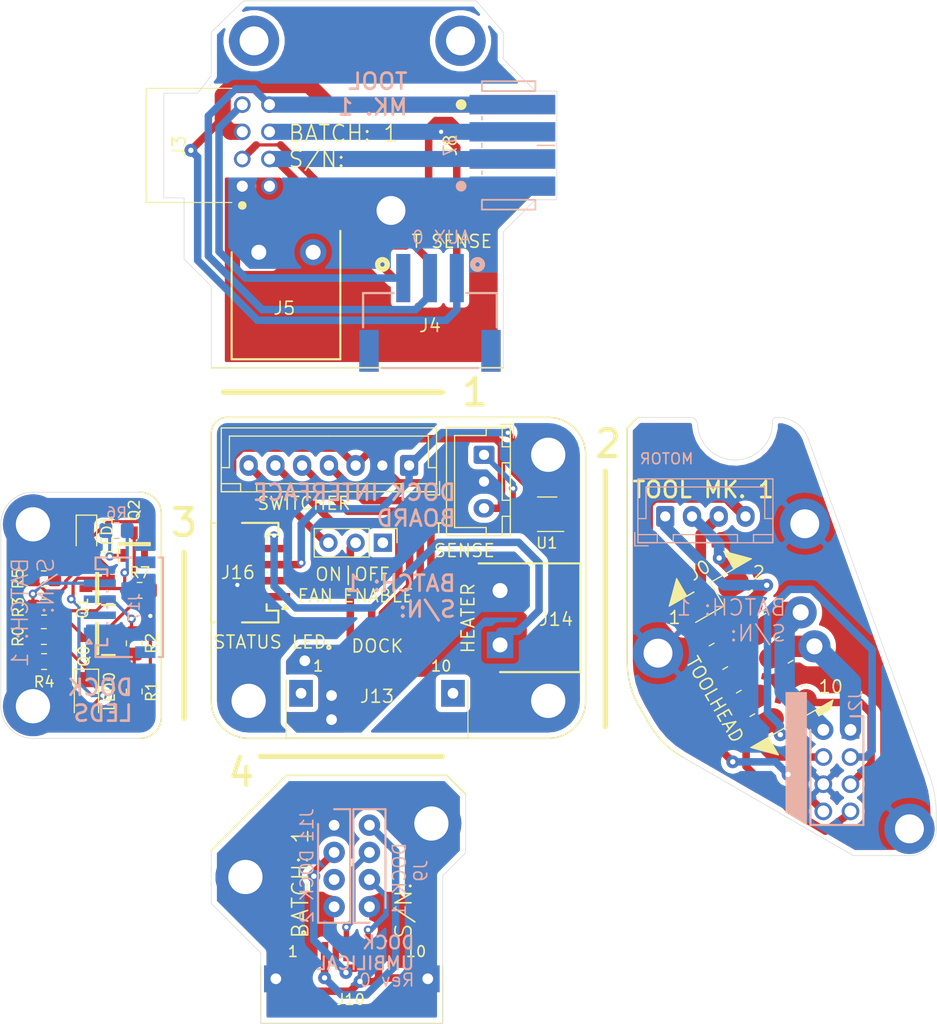
<source format=kicad_pcb>
(kicad_pcb (version 20171130) (host pcbnew "(5.1.9)-1")
  (layers (0 F.Cu signal hide) (31 B.Cu signal) (34 B.Paste user hide) (35 F.Paste user hide) (36 B.SilkS user) (37 F.SilkS user hide) (38 B.Mask user) (39 F.Mask user hide) (44 Edge.Cuts user hide))
  (net 0 "")
  (net 1 /AUX0_2)
  (net 2 /3V3_2)
  (net 3 /GND1_2)
  (net 4 /24V_2)
  (net 5 /HEATER_OUT_2)
  (net 6 /THERM_OUT_2)
  (net 7 /GND_2)
  (net 8 /GND1_1)
  (net 9 /THERM_OUT_1)
  (net 10 /AUX0_1)
  (net 11 /HEATER_OUT_1)
  (net 12 /24V_1)
  (net 13 /3V3_1)
  (net 14 /V_AUX0_1)
  (net 15 /GND_1)
  (net 16 "Net-(H3-Pad1)")
  (net 17 "Net-(H5-Pad1)")
  (net 18 /GND1_0)
  (net 19 /THERM_OUT_0)
  (net 20 /AUX0_0)
  (net 21 /V_AUX0_0)
  (net 22 /1B_0)
  (net 23 /3V3_0)
  (net 24 /GND_0)
  (net 25 /HEATER_OUT_0)
  (net 26 /24V_0)
  (net 27 /1A_0)
  (net 28 /2A_0)
  (net 29 /2B_0)
  (net 30 /5V_3)
  (net 31 /GND_3)
  (net 32 /FAN_3)
  (net 33 /3V3_3)
  (net 34 /THERM_OUT_3)
  (net 35 /GND1_3)
  (net 36 /HEATER_OUT_3)
  (net 37 /AUX0_3)
  (net 38 /24V_3)
  (net 39 "Net-(J10-Pad4)")
  (net 40 /5V_4)
  (net 41 "Net-(Q0-Pad3)")
  (net 42 "Net-(Q1-Pad3)")
  (net 43 "Net-(Q1-Pad1)")
  (net 44 /TOOL_SEL_3)
  (net 45 /HEATER_OUT_4)
  (net 46 /TOOL_SEL_4)
  (net 47 /GND_4)
  (net 48 "Net-(LED0-Pad1)")
  (net 49 "Net-(J8-Pad3)")
  (net 50 "Net-(J11-Pad3)")
  (net 51 "Net-(J13-Pad4)")
  (net 52 "Net-(JP1-Pad1)")
  (net 53 "Net-(LED1-Pad1)")
  (net 54 "Net-(Q2-Pad2)")
  (net 55 "Net-(J15-Pad1)")
  (net 56 "Net-(Q0-Pad1)")
  (net 57 "Net-(Q2-Pad1)")
  (module Resistor_SMD:R_0805_2012Metric_Pad1.20x1.40mm_HandSolder (layer F.Cu) (at 124.8165 87.859)
    (fp_text reference R0 (at -2.413 0 270) (layer F.SilkS))
    (fp_text value 56R)
    (pad 2 smd roundrect (at 1 0) (size 1.2 1.4) (layers F.Cu F.Paste F.Mask) (roundrect_rratio 0.208333) (net 48 "Net-(LED0-Pad1)"))
    (pad 1 smd roundrect (at -1 0) (size 1.2 1.4) (layers F.Cu F.Paste F.Mask) (roundrect_rratio 0.208333) (net 41 "Net-(Q0-Pad3)"))
  )
  (module Resistor_SMD:R_0805_2012Metric_Pad1.20x1.40mm_HandSolder (layer F.Cu) (at 124.841 85.119 180)
    (fp_text reference R3 (at 2.413 0 270) (layer F.SilkS))
    (fp_text value 39k)
    (pad 2 smd roundrect (at 1 0 180) (size 1.2 1.4) (layers F.Cu F.Paste F.Mask) (roundrect_rratio 0.208333) (net 45 /HEATER_OUT_4))
    (pad 1 smd roundrect (at -1 0 180) (size 1.2 1.4) (layers F.Cu F.Paste F.Mask) (roundrect_rratio 0.208333) (net 43 "Net-(Q1-Pad1)"))
  )
  (module LED_SMD:LED_0805_2012Metric_Pad1.15x1.40mm_HandSolder (layer F.Cu) (at 128.797 78.373 270)
    (fp_text reference LED1 (at -0.039 -1.925 270) (layer F.SilkS))
    (fp_text value LTST-C171KSKT)
    (pad 2 smd roundrect (at 1.025 0 270) (size 1.15 1.4) (layers F.Cu F.Paste F.Mask) (roundrect_rratio 0.217391) (net 40 /5V_4))
    (pad 1 smd roundrect (at -1.025 0 270) (size 1.15 1.4) (layers F.Cu F.Paste F.Mask) (roundrect_rratio 0.217391) (net 53 "Net-(LED1-Pad1)"))
  )
  (module Resistor_SMD:R_0805_2012Metric_Pad1.20x1.40mm_HandSolder (layer F.Cu) (at 133.262 92.993 270)
    (fp_text reference R1 (at 0 -1.612 270) (layer F.SilkS))
    (fp_text value 10k)
    (pad 2 smd roundrect (at 1 0 270) (size 1.2 1.4) (layers F.Cu F.Paste F.Mask) (roundrect_rratio 0.208333) (net 47 /GND_4))
    (pad 1 smd roundrect (at -1 0 270) (size 1.2 1.4) (layers F.Cu F.Paste F.Mask) (roundrect_rratio 0.208333) (net 56 "Net-(Q0-Pad1)"))
  )
  (module LED_SMD:LED_1206_3216Metric_Pad1.42x1.75mm_HandSolder (layer F.Cu) (at 128.797 93.373 270)
    (fp_text reference LED0 (at -0.38 -2.14 90) (layer F.SilkS))
    (fp_text value APTR3216-VFX)
    (pad 2 smd roundrect (at 1.4875 0 270) (size 1.425 1.75) (layers F.Cu F.Paste F.Mask) (roundrect_rratio 0.175439) (net 40 /5V_4))
    (pad 1 smd roundrect (at -1.4875 0 270) (size 1.425 1.75) (layers F.Cu F.Paste F.Mask) (roundrect_rratio 0.175439) (net 48 "Net-(LED0-Pad1)"))
  )
  (module 0Mosfets:SUPER-SOT-3 (layer F.Cu) (at 129.797 88.0495 180)
    (fp_text reference Q0 (at 1.234 -1.645 270) (layer F.SilkS))
    (fp_text value DMN3150L-7)
    (pad 1 smd rect (at -1.05 -0.96 270) (size 0.65 1.2) (layers F.Cu F.Paste F.Mask) (net 56 "Net-(Q0-Pad1)"))
    (pad 2 smd rect (at -1.05 0.96 270) (size 0.65 1.2) (layers F.Cu F.Paste F.Mask) (net 47 /GND_4))
    (pad 3 smd rect (at 1.05 0 270) (size 0.65 1.2) (layers F.Cu F.Paste F.Mask) (net 41 "Net-(Q0-Pad3)"))
  )
  (module Resistor_SMD:R_0805_2012Metric_Pad1.20x1.40mm_HandSolder (layer F.Cu) (at 124.8165 82.4615 180)
    (fp_text reference R5 (at 2.413 0 270) (layer F.SilkS))
    (fp_text value 100R)
    (pad 2 smd roundrect (at 1 0 180) (size 1.2 1.4) (layers F.Cu F.Paste F.Mask) (roundrect_rratio 0.208333) (net 54 "Net-(Q2-Pad2)"))
    (pad 1 smd roundrect (at -1 0 180) (size 1.2 1.4) (layers F.Cu F.Paste F.Mask) (roundrect_rratio 0.208333) (net 53 "Net-(LED1-Pad1)"))
  )
  (module Resistor_SMD:R_0805_2012Metric_Pad1.20x1.40mm_HandSolder (layer F.Cu) (at 124.841 90.199 180)
    (fp_text reference R4 (at 0 -1.905 180) (layer F.SilkS))
    (fp_text value 39k)
    (pad 2 smd roundrect (at 1 0 180) (size 1.2 1.4) (layers F.Cu F.Paste F.Mask) (roundrect_rratio 0.208333) (net 43 "Net-(Q1-Pad1)"))
    (pad 1 smd roundrect (at -1 0 180) (size 1.2 1.4) (layers F.Cu F.Paste F.Mask) (roundrect_rratio 0.208333) (net 47 /GND_4))
  )
  (module MountingHole:MountingHole_3.2mm_M3_DIN965_Pad_TopBottom (layer F.Cu) (at 123.797 94.373 90)
    (fp_text reference H9)
    (fp_text value MountingHole_Pad)
    (pad 1 thru_hole circle (at 0 0 90) (size 3.6 3.6) (drill 3.2) (layers *.Cu *.Mask) (net 47 /GND_4))
    (pad 1 connect circle (at 0 0 90) (size 5.6 5.6) (layers F.Cu F.Mask) (net 47 /GND_4))
    (pad 1 connect circle (at 0 0 90) (size 5.6 5.6) (layers B.Cu B.Mask) (net 47 /GND_4))
  )
  (module Resistor_SMD:R_0805_2012Metric_Pad1.20x1.40mm_HandSolder (layer F.Cu) (at 133.262 88.494 270)
    (fp_text reference R2 (at 0 -1.612 90) (layer F.SilkS))
    (fp_text value 22R)
    (pad 2 smd roundrect (at 1 0 270) (size 1.2 1.4) (layers F.Cu F.Paste F.Mask) (roundrect_rratio 0.208333) (net 56 "Net-(Q0-Pad1)"))
    (pad 1 smd roundrect (at -1 0 270) (size 1.2 1.4) (layers F.Cu F.Paste F.Mask) (roundrect_rratio 0.208333) (net 46 /TOOL_SEL_4))
  )
  (module 0_Daves_Stuff:JST-ZH_S4B-ZR-SM4A-TF (layer B.Cu) (at 130.047 87.373 90)
    (fp_text reference J17 (at 2.25 3.215 90) (layer B.SilkS) (effects (justify mirror)))
    (fp_text value "DOCK STATUS LEDS")
    (pad 6 smd rect (at 6.45 4.25 90) (size 1.1 1.9) (layers B.Cu B.Paste B.Mask))
    (pad 5 smd rect (at -1.95 4.25 90) (size 1.1 1.9) (layers B.Cu B.Paste B.Mask))
    (pad 4 smd rect (at 4.5 0 90) (size 0.7 3) (layers B.Cu B.Paste B.Mask) (net 45 /HEATER_OUT_4))
    (pad 3 smd rect (at 3 0 90) (size 0.7 3) (layers B.Cu B.Paste B.Mask) (net 46 /TOOL_SEL_4))
    (pad 2 smd rect (at 1.5 0 90) (size 0.7 3) (layers B.Cu B.Paste B.Mask) (net 40 /5V_4))
    (pad 1 smd rect (at 0 0 90) (size 0.7 3) (layers B.Cu B.Paste B.Mask) (net 47 /GND_4))
  )
  (module Resistor_SMD:R_0805_2012Metric_Pad1.20x1.40mm_HandSolder (layer B.Cu) (at 131.611 77.953 180)
    (fp_text reference R6 (at 0 1.65) (layer B.SilkS) (effects (justify mirror)))
    (fp_text value 22R)
    (pad 2 smd roundrect (at 1 0 180) (size 1.2 1.4) (layers B.Cu B.Paste B.Mask) (roundrect_rratio 0.2083325) (net 57 "Net-(Q2-Pad1)"))
    (pad 1 smd roundrect (at -1 0 180) (size 1.2 1.4) (layers B.Cu B.Paste B.Mask) (roundrect_rratio 0.2083325) (net 42 "Net-(Q1-Pad3)"))
  )
  (module 0Mosfets:SUPER-SOT-3 (layer F.Cu) (at 133.262 79.223 90)
    (fp_text reference Q2 (at 3.175 0 90) (layer F.SilkS))
    (fp_text value DMN3150L-7)
    (pad 1 smd rect (at -1.05 -0.96 180) (size 0.65 1.2) (layers F.Cu F.Paste F.Mask) (net 57 "Net-(Q2-Pad1)"))
    (pad 2 smd rect (at -1.05 0.96 180) (size 0.65 1.2) (layers F.Cu F.Paste F.Mask) (net 54 "Net-(Q2-Pad2)"))
    (pad 3 smd rect (at 1.05 0 180) (size 0.65 1.2) (layers F.Cu F.Paste F.Mask) (net 47 /GND_4))
  )
  (module Resistor_SMD:R_0805_2012Metric_Pad1.20x1.40mm_HandSolder (layer F.Cu) (at 133.77 83.541)
    (fp_text reference R7 (at 0 -1.65) (layer F.SilkS))
    (fp_text value 10k)
    (pad 2 smd roundrect (at 1 0) (size 1.2 1.4) (layers F.Cu F.Paste F.Mask) (roundrect_rratio 0.208333) (net 47 /GND_4))
    (pad 1 smd roundrect (at -1 0) (size 1.2 1.4) (layers F.Cu F.Paste F.Mask) (roundrect_rratio 0.208333) (net 42 "Net-(Q1-Pad3)"))
  )
  (module 0Mosfets:SUPER-SOT-3 (layer F.Cu) (at 129.797 83.373 180)
    (fp_text reference Q1 (at 1.361 -1.819 270) (layer F.SilkS))
    (fp_text value NTR1P02T1G hide)
    (pad 1 smd rect (at -1.05 -0.96 270) (size 0.65 1.2) (layers F.Cu F.Paste F.Mask) (net 43 "Net-(Q1-Pad1)"))
    (pad 2 smd rect (at -1.05 0.96 270) (size 0.65 1.2) (layers F.Cu F.Paste F.Mask) (net 40 /5V_4))
    (pad 3 smd rect (at 1.05 0 270) (size 0.65 1.2) (layers F.Cu F.Paste F.Mask) (net 42 "Net-(Q1-Pad3)"))
  )
  (module MountingHole:MountingHole_3.2mm_M3_DIN965_Pad_TopBottom (layer F.Cu) (at 123.797 77.373 90)
    (fp_text reference H8)
    (fp_text value MountingHole_Pad)
    (pad 1 thru_hole circle (at 0 0 90) (size 3.6 3.6) (drill 3.2) (layers *.Cu *.Mask) (net 47 /GND_4))
    (pad 1 connect circle (at 0 0 90) (size 5.6 5.6) (layers F.Cu F.Mask) (net 47 /GND_4))
    (pad 1 connect circle (at 0 0 90) (size 5.6 5.6) (layers B.Cu B.Mask) (net 47 /GND_4))
  )
  (module 0_Daves_Stuff:JST-ZH_S4B-ZR-SM4A-TF (layer F.Cu) (at 146.337 84.138 90)
    (fp_text reference J16 (at 2.265 -3.38 180) (layer F.SilkS) (effects (font (size 1.2 1.2))))
    (fp_text value "STATUS LED" (at -4.235 -0.387 180) (layer F.SilkS) (effects (font (size 1.2 1.2))))
    (pad 1 smd rect (at 0 0 90) (size 0.7 3) (layers F.Cu F.Paste F.Mask) (net 31 /GND_3))
    (pad 2 smd rect (at 1.5 0 90) (size 0.7 3) (layers F.Cu F.Paste F.Mask) (net 30 /5V_3))
    (pad 3 smd rect (at 3 0 90) (size 0.7 3) (layers F.Cu F.Paste F.Mask) (net 44 /TOOL_SEL_3))
    (pad 4 smd rect (at 4.5 0 90) (size 0.7 3) (layers F.Cu F.Paste F.Mask) (net 36 /HEATER_OUT_3))
    (pad 5 smd rect (at -1.95 -4.25 90) (size 1.1 1.9) (layers F.Cu F.Paste F.Mask))
    (pad 6 smd rect (at 6.45 -4.25 90) (size 1.1 1.9) (layers F.Cu F.Paste F.Mask))
  )
  (module 0c-boards:ZF1-10-XX-ZZ-WT_Handsolder (layer F.Cu) (at 155.956 90.623)
    (fp_text reference J13 (at 0 2.824) (layer F.SilkS) (effects (font (size 1.2 1.2))))
    (fp_text value DOCK (at 0.026 -1.875) (layer F.SilkS) (effects (font (size 1.2 1.2))))
    (fp_text user 10 (at 6 0) (layer F.SilkS))
    (fp_text user 1 (at -5.5 0) (layer F.SilkS))
    (pad 12 thru_hole rect (at 7.1 2.54) (size 2.2 2.5) (drill 1) (layers *.Cu *.Mask))
    (pad 11 thru_hole rect (at -7.1 2.54) (size 2.2 2.5) (drill 1) (layers *.Cu *.Mask))
    (pad 10 smd rect (at 4.5 0) (size 0.6 1.8) (layers F.Cu F.Paste F.Mask) (net 36 /HEATER_OUT_3))
    (pad 9 smd rect (at 3.5 0) (size 0.6 1.8) (layers F.Cu F.Paste F.Mask) (net 36 /HEATER_OUT_3))
    (pad 8 smd rect (at 2.5 0) (size 0.6 1.8) (layers F.Cu F.Paste F.Mask) (net 31 /GND_3))
    (pad 7 smd rect (at 1.5 0) (size 0.6 1.8) (layers F.Cu F.Paste F.Mask) (net 35 /GND1_3))
    (pad 6 smd rect (at 0.5 0) (size 0.6 1.8) (layers F.Cu F.Paste F.Mask) (net 34 /THERM_OUT_3))
    (pad 5 smd rect (at -0.5 0) (size 0.6 1.8) (layers F.Cu F.Paste F.Mask) (net 33 /3V3_3))
    (pad 4 smd rect (at -1.5 0) (size 0.6 1.8) (layers F.Cu F.Paste F.Mask) (net 51 "Net-(J13-Pad4)"))
    (pad 3 smd rect (at -2.5 0) (size 0.6 1.8) (layers F.Cu F.Paste F.Mask) (net 37 /AUX0_3))
    (pad 2 smd rect (at -3.5 0) (size 0.6 1.8) (layers F.Cu F.Paste F.Mask) (net 38 /24V_3))
    (pad 1 smd rect (at -4.5 0) (size 0.6 1.8) (layers F.Cu F.Paste F.Mask) (net 38 /24V_3))
  )
  (module 0c-boards:ZF1-10-XX-ZZ-WT_Handsolder (layer F.Cu) (at 153.598 117.305)
    (fp_text reference J10 (at -0.109 4.48) (layer F.SilkS))
    (fp_text value ZF1-10-01-T-WT-TR hide)
    (fp_text user 1 (at -5.5 0) (layer F.SilkS))
    (fp_text user 10 (at 6 0) (layer F.SilkS))
    (pad 1 smd rect (at -4.5 0) (size 0.6 1.8) (layers F.Cu F.Paste F.Mask) (net 4 /24V_2))
    (pad 2 smd rect (at -3.5 0) (size 0.6 1.8) (layers F.Cu F.Paste F.Mask) (net 4 /24V_2))
    (pad 3 smd rect (at -2.5 0) (size 0.6 1.8) (layers F.Cu F.Paste F.Mask) (net 1 /AUX0_2))
    (pad 4 smd rect (at -1.5 0) (size 0.6 1.8) (layers F.Cu F.Paste F.Mask) (net 39 "Net-(J10-Pad4)"))
    (pad 5 smd rect (at -0.5 0) (size 0.6 1.8) (layers F.Cu F.Paste F.Mask) (net 2 /3V3_2))
    (pad 6 smd rect (at 0.5 0) (size 0.6 1.8) (layers F.Cu F.Paste F.Mask) (net 6 /THERM_OUT_2))
    (pad 7 smd rect (at 1.5 0) (size 0.6 1.8) (layers F.Cu F.Paste F.Mask) (net 3 /GND1_2))
    (pad 8 smd rect (at 2.5 0) (size 0.6 1.8) (layers F.Cu F.Paste F.Mask) (net 7 /GND_2))
    (pad 9 smd rect (at 3.5 0) (size 0.6 1.8) (layers F.Cu F.Paste F.Mask) (net 5 /HEATER_OUT_2))
    (pad 10 smd rect (at 4.5 0) (size 0.6 1.8) (layers F.Cu F.Paste F.Mask) (net 5 /HEATER_OUT_2))
    (pad 11 thru_hole rect (at -7.1 2.54) (size 2.2 2.5) (drill 1) (layers *.Cu *.Mask) (net 7 /GND_2))
    (pad 12 thru_hole rect (at 7.1 2.54) (size 2.2 2.5) (drill 1) (layers *.Cu *.Mask) (net 7 /GND_2))
  )
  (module Package_TO_SOT_SMD:SOT-23-5_HandSoldering (layer F.Cu) (at 171.858 76.429 180)
    (fp_text reference U1 (at 0.027 -2.692) (layer F.SilkS))
    (fp_text value 74AHCT1G125SE-7)
    (pad 1 smd rect (at -1.35 -0.95 180) (size 1.56 0.65) (layers F.Cu F.Paste F.Mask) (net 31 /GND_3))
    (pad 2 smd rect (at -1.35 0 180) (size 1.56 0.65) (layers F.Cu F.Paste F.Mask) (net 55 "Net-(J15-Pad1)"))
    (pad 3 smd rect (at -1.35 0.95 180) (size 1.56 0.65) (layers F.Cu F.Paste F.Mask) (net 31 /GND_3))
    (pad 4 smd rect (at 1.35 0.95 180) (size 1.56 0.65) (layers F.Cu F.Paste F.Mask) (net 44 /TOOL_SEL_3))
    (pad 5 smd rect (at 1.35 -0.95 180) (size 1.56 0.65) (layers F.Cu F.Paste F.Mask) (net 30 /5V_3))
  )
  (module 0c-boards:811-S1-004-10-017101 (layer B.Cu) (at 155.247 109.304 90)
    (fp_text reference J9 (at -0.455 4.805 270) (layer B.SilkS) (effects (font (size 1.2 1.2)) (justify mirror)))
    (fp_text value "DOCK 1" (at -1.27 2.791 90) (layer B.SilkS) (effects (font (size 1.2 1.2)) (justify mirror)))
    (pad 1 thru_hole circle (at -3.81 0 90) (size 2 2) (drill 1) (layers *.Cu *.Mask) (net 5 /HEATER_OUT_2))
    (pad 2 thru_hole circle (at -1.27 0 90) (size 2 2) (drill 1) (layers *.Cu *.Mask) (net 3 /GND1_2))
    (pad 3 thru_hole circle (at 1.27 0 90) (size 2 2) (drill 1) (layers *.Cu *.Mask) (net 2 /3V3_2))
    (pad 4 thru_hole circle (at 3.81 0 90) (size 2 2) (drill 1) (layers *.Cu *.Mask) (net 1 /AUX0_2))
  )
  (module 0c-boards:811-S1-004-10-017101 (layer B.Cu) (at 151.947 109.304 270)
    (fp_text reference J11 (at -3.81 2.545 270) (layer B.SilkS) (effects (font (size 1.2 1.2)) (justify mirror)))
    (fp_text value "DOCK 2" (at 1.905 2.545 90) (layer B.SilkS) (effects (font (size 1.2 1.2)) (justify mirror)))
    (pad 1 thru_hole circle (at -3.81 0 270) (size 2 2) (drill 1) (layers *.Cu *.Mask) (net 7 /GND_2))
    (pad 2 thru_hole circle (at -1.27 0 270) (size 2 2) (drill 1) (layers *.Cu *.Mask) (net 6 /THERM_OUT_2))
    (pad 3 thru_hole circle (at 1.27 0 270) (size 2 2) (drill 1) (layers *.Cu *.Mask) (net 50 "Net-(J11-Pad3)"))
    (pad 4 thru_hole circle (at 3.81 0 270) (size 2 2) (drill 1) (layers *.Cu *.Mask) (net 4 /24V_2))
  )
  (module 1SamacSys_Parts:SSW-104-XX-YYY-D-RA (layer F.Cu) (at 143.362 45.768 270)
    (fp_text reference J3 (at -3.731 5.91 90) (layer F.SilkS) (effects (font (size 1.2 1.2))))
    (fp_text value "INTERBOARD B" hide)
    (pad 8 thru_hole circle (at -7.62 -2.54 270) (size 1.55 1.55) (drill 1.04) (layers *.Cu *.Mask) (net 10 /AUX0_1))
    (pad 7 thru_hole circle (at -7.62 0 270) (size 1.55 1.55) (drill 1.04) (layers *.Cu *.Mask) (net 14 /V_AUX0_1))
    (pad 6 thru_hole circle (at -5.08 -2.54 270) (size 1.55 1.55) (drill 1.04) (layers *.Cu *.Mask) (net 13 /3V3_1))
    (pad 5 thru_hole circle (at -5.08 0 270) (size 1.55 1.55) (drill 1.04) (layers *.Cu *.Mask) (net 15 /GND_1))
    (pad 4 thru_hole circle (at -2.54 -2.54 270) (size 1.55 1.55) (drill 1.04) (layers *.Cu *.Mask) (net 8 /GND1_1))
    (pad 3 thru_hole circle (at -2.54 0 270) (size 1.55 1.55) (drill 1.04) (layers *.Cu *.Mask) (net 9 /THERM_OUT_1))
    (pad 2 thru_hole circle (at 0 -2.54 270) (size 1.55 1.55) (drill 1.04) (layers *.Cu *.Mask) (net 12 /24V_1))
    (pad 1 thru_hole circle (at 0 0 270) (size 1.55 1.55) (drill 1.04) (layers *.Cu *.Mask) (net 11 /HEATER_OUT_1))
  )
  (module 0c-boards:8MM11000402131_handsolder (layer F.Cu) (at 169.152 41.958 270)
    (fp_text reference J8 (at 0 6.35 90) (layer F.SilkS) (effects (font (size 1.2 1.2))))
    (fp_text value "DOCK INT 2" hide)
    (pad 4 smd rect (at 3.81 0.539 270) (size 1.8 8) (layers F.Cu F.Paste F.Mask) (net 12 /24V_1))
    (pad 3 smd rect (at 1.27 0.539 270) (size 1.8 8) (layers F.Cu F.Paste F.Mask) (net 49 "Net-(J8-Pad3)"))
    (pad 2 smd rect (at -1.27 0.539 270) (size 1.8 8) (layers F.Cu F.Paste F.Mask) (net 9 /THERM_OUT_1))
    (pad 1 smd rect (at -3.81 0.539 270) (size 1.8 8) (layers F.Cu F.Paste F.Mask) (net 15 /GND_1))
  )
  (module 1SamacSys_Parts:SHDRRA2W102P0X508_1X2_1016X1200X850P (layer F.Cu) (at 144.907 51.943 180)
    (fp_text reference J5 (at -2.3876 -5.2324) (layer F.SilkS) (effects (font (size 1.2 1.2))))
    (fp_text value HEATER)
    (pad 2 thru_hole circle (at -5.08 0 180) (size 2.475 2.475) (drill 1.4) (layers *.Cu *.Mask) (net 12 /24V_1))
    (pad 1 thru_hole rect (at 0 0 180) (size 2.475 2.475) (drill 1.4) (layers *.Cu *.Mask) (net 11 /HEATER_OUT_1))
  )
  (module 0_Daves_Stuff:JST-XH_2.50MM_03x01_SMT (layer F.Cu) (at 160.909 54.356)
    (fp_text reference J4 (at 0 4.445 180) (layer F.SilkS) (effects (font (size 1.2 1.2))))
    (fp_text value "T SENSE" (at 2.043 -3.429 180) (layer F.SilkS) (effects (font (size 1.2 1.2))))
    (pad 1 smd rect (at -2.5 0) (size 1.3 4.5) (layers F.Cu F.Paste F.Mask) (net 8 /GND1_1))
    (pad 2 smd rect (at 0 0) (size 1.3 4.5) (layers F.Cu F.Paste F.Mask) (net 9 /THERM_OUT_1))
    (pad 3 smd rect (at 2.5 0) (size 1.3 4.5) (layers F.Cu F.Paste F.Mask) (net 13 /3V3_1))
    (pad 4 smd rect (at -5.7 6.8) (size 1.8 3.9) (layers F.Cu F.Paste F.Mask) (net 12 /24V_1))
    (pad 5 smd rect (at 5.7 6.8) (size 1.8 3.9) (layers F.Cu F.Paste F.Mask) (net 12 /24V_1))
  )
  (module 0c-boards:8MM11000402131_handsolder (layer B.Cu) (at 169.152 41.958 90)
    (fp_text reference J7 (at 0 -6.35 270) (layer B.SilkS) (effects (font (size 1.2 1.2)) (justify mirror)))
    (fp_text value "DOCK INT 1" hide)
    (pad 4 smd rect (at 3.81 -0.539 90) (size 1.8 8) (layers B.Cu B.Paste B.Mask) (net 10 /AUX0_1))
    (pad 3 smd rect (at 1.27 -0.539 90) (size 1.8 8) (layers B.Cu B.Paste B.Mask) (net 13 /3V3_1))
    (pad 2 smd rect (at -1.27 -0.539 90) (size 1.8 8) (layers B.Cu B.Paste B.Mask) (net 8 /GND1_1))
    (pad 1 smd rect (at -3.81 -0.539 90) (size 1.8 8) (layers B.Cu B.Paste B.Mask) (net 11 /HEATER_OUT_1))
  )
  (module 0_Daves_Stuff:JST-XH_2.50MM_03x01_SMT (layer B.Cu) (at 160.909 54.356 180)
    (fp_text reference J6)
    (fp_text value "AUX 0" (at -1.043 3.81) (layer B.SilkS) (effects (font (size 1.2 1.2)) (justify mirror)))
    (pad 1 smd rect (at -2.5 0 180) (size 1.3 4.5) (layers B.Cu B.Paste B.Mask) (net 15 /GND_1))
    (pad 2 smd rect (at 0 0 180) (size 1.3 4.5) (layers B.Cu B.Paste B.Mask) (net 10 /AUX0_1))
    (pad 3 smd rect (at 2.5 0 180) (size 1.3 4.5) (layers B.Cu B.Paste B.Mask) (net 14 /V_AUX0_1))
    (pad 4 smd rect (at -5.7 -6.8 180) (size 1.8 3.9) (layers B.Cu B.Paste B.Mask))
    (pad 5 smd rect (at 5.7 -6.8 180) (size 1.8 3.9) (layers B.Cu B.Paste B.Mask))
  )
  (module MountingHole:MountingHole_3.2mm_M3_DIN965_Pad_TopBottom (layer F.Cu) (at 161.037 105.334)
    (fp_text reference H6)
    (fp_text value MountingHole_Pad)
    (pad 1 connect circle (at 0 0) (size 5.6 5.6) (layers B.Cu B.Mask) (net 7 /GND_2))
    (pad 1 connect circle (at 0 0) (size 5.6 5.6) (layers F.Cu F.Mask) (net 7 /GND_2))
    (pad 1 thru_hole circle (at 0 0) (size 3.6 3.6) (drill 3.2) (layers *.Cu *.Mask) (net 7 /GND_2))
  )
  (module MountingHole:MountingHole_3.2mm_M3_DIN965_Pad_TopBottom (layer F.Cu) (at 143.657 110.334)
    (fp_text reference H7)
    (fp_text value MountingHole_Pad)
    (pad 1 connect circle (at 0 0) (size 5.6 5.6) (layers B.Cu B.Mask) (net 7 /GND_2))
    (pad 1 connect circle (at 0 0) (size 5.6 5.6) (layers F.Cu F.Mask) (net 7 /GND_2))
    (pad 1 thru_hole circle (at 0 0) (size 3.6 3.6) (drill 3.2) (layers *.Cu *.Mask) (net 7 /GND_2))
  )
  (module MountingHole:MountingHole_2.7mm_M2.5_DIN965_Pad_TopBottom (layer F.Cu) (at 144.462 32.183)
    (fp_text reference H3)
    (fp_text value MountingHole_Pad)
    (pad 1 thru_hole circle (at 0 0) (size 3.1 3.1) (drill 2.7) (layers *.Cu *.Mask) (net 16 "Net-(H3-Pad1)"))
    (pad 1 connect circle (at 0 0) (size 4.7 4.7) (layers F.Cu F.Mask) (net 16 "Net-(H3-Pad1)"))
    (pad 1 connect circle (at 0 0) (size 4.7 4.7) (layers B.Cu B.Mask) (net 16 "Net-(H3-Pad1)"))
  )
  (module MountingHole:MountingHole_2.7mm_M2.5_DIN965_Pad_TopBottom (layer F.Cu) (at 157.262 48.038)
    (fp_text reference H4)
    (fp_text value MountingHole_Pad)
    (pad 1 thru_hole circle (at 0 0) (size 3.1 3.1) (drill 2.7) (layers *.Cu *.Mask) (net 11 /HEATER_OUT_1))
    (pad 1 connect circle (at 0 0) (size 4.7 4.7) (layers F.Cu F.Mask) (net 11 /HEATER_OUT_1))
    (pad 1 connect circle (at 0 0) (size 4.7 4.7) (layers B.Cu B.Mask) (net 11 /HEATER_OUT_1))
  )
  (module MountingHole:MountingHole_2.7mm_M2.5_DIN965_Pad_TopBottom (layer F.Cu) (at 163.761999 32.183)
    (fp_text reference H5)
    (fp_text value MountingHole_Pad)
    (pad 1 thru_hole circle (at 0 0) (size 3.1 3.1) (drill 2.7) (layers *.Cu *.Mask) (net 17 "Net-(H5-Pad1)"))
    (pad 1 connect circle (at 0 0) (size 4.7 4.7) (layers F.Cu F.Mask) (net 17 "Net-(H5-Pad1)"))
    (pad 1 connect circle (at 0 0) (size 4.7 4.7) (layers B.Cu B.Mask) (net 17 "Net-(H5-Pad1)"))
  )
  (module MountingHole:MountingHole_3.2mm_M3_DIN965_Pad_TopBottom (layer F.Cu) (at 171.957 70.873)
    (fp_text reference H12)
    (fp_text value MountingHole_Pad)
    (pad 1 connect circle (at 0 0) (size 5.6 5.6) (layers B.Cu B.Mask) (net 31 /GND_3))
    (pad 1 connect circle (at 0 0) (size 5.6 5.6) (layers F.Cu F.Mask) (net 31 /GND_3))
    (pad 1 thru_hole circle (at 0 0) (size 3.6 3.6) (drill 3.2) (layers *.Cu *.Mask) (net 31 /GND_3))
  )
  (module Connector_PinHeader_2.54mm:PinHeader_1x03_P2.54mm_Vertical (layer F.Cu) (at 156.497 79.096 270)
    (fp_text reference JP1)
    (fp_text value "FAN ENABLE" (at 4.962 2.54 unlocked) (layer F.SilkS) (effects (font (size 1.2 1.2))))
    (pad 3 thru_hole oval (at 0 5.08 270) (size 1.7 1.7) (drill 1) (layers *.Cu *.Mask) (net 32 /FAN_3))
    (pad 2 thru_hole oval (at 0 2.54 270) (size 1.7 1.7) (drill 1) (layers *.Cu *.Mask) (net 37 /AUX0_3))
    (pad 1 thru_hole rect (at 0 0 270) (size 1.7 1.7) (drill 1) (layers *.Cu *.Mask) (net 52 "Net-(JP1-Pad1)"))
  )
  (module 1SamacSys_Parts:SHDRRA2W102P0X508_1X2_1016X1200X850P (layer F.Cu) (at 167.457 88.643 270)
    (fp_text reference J14 (at -2.3876 -5.2324 180) (layer F.SilkS) (effects (font (size 1.2 1.2))))
    (fp_text value HEATER (at -2.5 3 90 unlocked) (layer F.SilkS) (effects (font (size 1.2 1.2))))
    (pad 2 thru_hole circle (at -5.08 0 270) (size 2.475 2.475) (drill 1.4) (layers *.Cu *.Mask) (net 38 /24V_3))
    (pad 1 thru_hole rect (at 0 0 270) (size 2.475 2.475) (drill 1.4) (layers *.Cu *.Mask) (net 36 /HEATER_OUT_3))
  )
  (module 0_Daves_Stuff:JST_XH_B3B-XH-A_1x03_P2.50mm_Vertical (layer F.Cu) (at 165.957 70.873 270)
    (fp_text reference J15)
    (fp_text value "TOOL SENSOR")
    (pad 3 thru_hole oval (at 5 0 270) (size 1.7 1.95) (drill 0.95) (layers *.Cu *.Mask) (net 30 /5V_3))
    (pad 2 thru_hole oval (at 2.5 0 270) (size 1.7 1.95) (drill 0.95) (layers *.Cu *.Mask) (net 31 /GND_3))
    (pad 1 thru_hole roundrect (at 0 0 270) (size 1.7 1.95) (drill 0.95) (layers *.Cu *.Mask) (roundrect_rratio 0.1470588235294118) (net 55 "Net-(J15-Pad1)"))
  )
  (module MountingHole:MountingHole_3.2mm_M3_DIN965_Pad_TopBottom (layer F.Cu) (at 171.957 93.873)
    (fp_text reference H11)
    (fp_text value MountingHole_Pad)
    (pad 1 connect circle (at 0 0) (size 5.6 5.6) (layers B.Cu B.Mask) (net 31 /GND_3))
    (pad 1 connect circle (at 0 0) (size 5.6 5.6) (layers F.Cu F.Mask) (net 31 /GND_3))
    (pad 1 thru_hole circle (at 0 0) (size 3.6 3.6) (drill 3.2) (layers *.Cu *.Mask) (net 31 /GND_3))
  )
  (module 0_Daves_Stuff:JST_XH_B7B-XH-A_1x07_P2.50mm_Vertical (layer F.Cu) (at 158.957 71.873 180)
    (fp_text reference J12)
    (fp_text value SWITCHER (at 9.832 -3.54) (layer F.SilkS) (effects (font (size 1.2 1.2))))
    (pad 7 thru_hole oval (at 15 0 180) (size 1.7 1.95) (drill 0.95) (layers *.Cu *.Mask) (net 32 /FAN_3))
    (pad 6 thru_hole oval (at 12.5 0 180) (size 1.7 1.95) (drill 0.95) (layers *.Cu *.Mask) (net 33 /3V3_3))
    (pad 5 thru_hole oval (at 10 0 180) (size 1.7 1.95) (drill 0.95) (layers *.Cu *.Mask) (net 34 /THERM_OUT_3))
    (pad 4 thru_hole oval (at 7.5 0 180) (size 1.7 1.95) (drill 0.95) (layers *.Cu *.Mask) (net 35 /GND1_3))
    (pad 3 thru_hole oval (at 5 0 180) (size 1.7 1.95) (drill 0.95) (layers *.Cu *.Mask) (net 30 /5V_3))
    (pad 2 thru_hole oval (at 2.5 0 180) (size 1.7 1.95) (drill 0.95) (layers *.Cu *.Mask) (net 31 /GND_3))
    (pad 1 thru_hole roundrect (at 0 0 180) (size 1.7 1.95) (drill 0.95) (layers *.Cu *.Mask) (roundrect_rratio 0.1470588235294118) (net 44 /TOOL_SEL_3))
  )
  (module MountingHole:MountingHole_3.2mm_M3_DIN965_Pad_TopBottom (layer F.Cu) (at 143.957 93.873)
    (fp_text reference H10)
    (fp_text value MountingHole_Pad)
    (pad 1 connect circle (at 0 0) (size 5.6 5.6) (layers B.Cu B.Mask) (net 31 /GND_3))
    (pad 1 connect circle (at 0 0) (size 5.6 5.6) (layers F.Cu F.Mask) (net 31 /GND_3))
    (pad 1 thru_hole circle (at 0 0) (size 3.6 3.6) (drill 3.2) (layers *.Cu *.Mask) (net 31 /GND_3))
  )
  (module MountingHole:MountingHole_2.7mm_M2.5_DIN965_Pad_TopBottom (layer F.Cu) (at 195.936462 77.320774)
    (fp_text reference H0)
    (fp_text value MountingHole_Pad)
    (pad 1 connect circle (at 0 0) (size 4.7 4.7) (layers B.Cu B.Mask) (net 24 /GND_0))
    (pad 1 connect circle (at 0 0) (size 4.7 4.7) (layers F.Cu F.Mask) (net 24 /GND_0))
    (pad 1 thru_hole circle (at 0 0) (size 3.1 3.1) (drill 2.7) (layers *.Cu *.Mask) (net 24 /GND_0))
  )
  (module Connector_JST:JST_XH_B4B-XH-A_1x04_P2.50mm_Vertical (layer B.Cu) (at 182.897401 76.632383)
    (fp_text reference J1)
    (fp_text value MOTOR (at 0.129599 -5.384383 unlocked) (layer B.SilkS) (effects (justify mirror)))
    (pad 4 thru_hole oval (at 7.5 0) (size 1.7 1.95) (drill 0.95) (layers *.Cu *.Mask) (net 22 /1B_0))
    (pad 3 thru_hole oval (at 5 0) (size 1.7 1.95) (drill 0.95) (layers *.Cu *.Mask) (net 29 /2B_0))
    (pad 2 thru_hole oval (at 2.5 0) (size 1.7 1.95) (drill 0.95) (layers *.Cu *.Mask) (net 28 /2A_0))
    (pad 1 thru_hole roundrect (at 0 0) (size 1.7 1.95) (drill 0.95) (layers *.Cu *.Mask) (roundrect_rratio 0.1470588235294118) (net 27 /1A_0))
  )
  (module 1SamacSys_Parts:HDRV8W64P254_2X4_1016X495X838P (layer B.Cu) (at 200.211391 96.580151 270)
    (fp_text reference J2 (at -2.723351 -0.480009 90 unlocked) (layer B.SilkS) (effects (font (size 1.2 1.2)) (justify mirror)))
    (fp_text value "INTERBOARD A" hide)
    (pad 8 thru_hole circle (at 7.62 2.54 270) (size 1.65 1.65) (drill 1.1) (layers *.Cu *.Mask) (net 21 /V_AUX0_0))
    (pad 7 thru_hole circle (at 7.62 0 270) (size 1.65 1.65) (drill 1.1) (layers *.Cu *.Mask) (net 20 /AUX0_0))
    (pad 6 thru_hole circle (at 5.08 2.54 270) (size 1.65 1.65) (drill 1.1) (layers *.Cu *.Mask) (net 24 /GND_0))
    (pad 5 thru_hole circle (at 5.08 0 270) (size 1.65 1.65) (drill 1.1) (layers *.Cu *.Mask) (net 23 /3V3_0))
    (pad 4 thru_hole circle (at 2.54 2.54 270) (size 1.65 1.65) (drill 1.1) (layers *.Cu *.Mask) (net 19 /THERM_OUT_0))
    (pad 3 thru_hole circle (at 2.54 0 270) (size 1.65 1.65) (drill 1.1) (layers *.Cu *.Mask) (net 18 /GND1_0))
    (pad 2 thru_hole circle (at 0 2.54 270) (size 1.65 1.65) (drill 1.1) (layers *.Cu *.Mask) (net 26 /24V_0))
    (pad 1 thru_hole rect (at 0 0 270) (size 1.65 1.65) (drill 1.1) (layers *.Cu *.Mask) (net 25 /HEATER_OUT_0))
  )
  (module 0c-boards:8021001230507101_HS (layer F.Cu) (at 190.920195 89.411496 300)
    (fp_text reference J0 (at -9.125733 0.312841 30 unlocked) (layer F.SilkS) (effects (font (size 1.2 1.2))))
    (fp_text value TOOLHEAD (at 2.058925 5.106845 300 unlocked) (layer F.SilkS) (effects (font (size 1.2 1.2))))
    (pad 1 smd roundrect (at -6.35 1.77 30) (size 3 2) (layers F.Cu F.Paste F.Mask) (roundrect_rratio 0.5) (net 29 /2B_0))
    (pad 2 smd roundrect (at -6.35 -1.778 30) (size 3 2) (layers F.Cu F.Paste F.Mask) (roundrect_rratio 0.5) (net 28 /2A_0))
    (pad 3 smd roundrect (at -3.81 1.778 30) (size 3 2) (layers F.Cu F.Paste F.Mask) (roundrect_rratio 0.5) (net 22 /1B_0))
    (pad 5 smd roundrect (at -1.27 1.778 30) (size 3 2) (layers F.Cu F.Paste F.Mask) (roundrect_rratio 0.5) (net 21 /V_AUX0_0))
    (pad 7 smd roundrect (at 1.27 1.778 30) (size 3 2) (layers F.Cu F.Paste F.Mask) (roundrect_rratio 0.5) (net 20 /AUX0_0))
    (pad 9 smd roundrect (at 3.81 1.778 30) (size 3 2) (layers F.Cu F.Paste F.Mask) (roundrect_rratio 0.5) (net 19 /THERM_OUT_0))
    (pad 11 smd roundrect (at 6.35 1.778 30) (size 3 2) (layers F.Cu F.Paste F.Mask) (roundrect_rratio 0.5) (net 18 /GND1_0))
    (pad 12 smd roundrect (at 6.35 -1.778 30) (size 3 2) (layers F.Cu F.Paste F.Mask) (roundrect_rratio 0.5) (net 23 /3V3_0))
    (pad 10 smd roundrect (at 3.81 -1.778 30) (size 3 2) (layers F.Cu F.Paste F.Mask) (roundrect_rratio 0.5) (net 24 /GND_0))
    (pad 8 smd roundrect (at 1.27 -1.778 30) (size 3 2) (layers F.Cu F.Paste F.Mask) (roundrect_rratio 0.5) (net 25 /HEATER_OUT_0))
    (pad 6 smd roundrect (at -1.27 -1.778 30) (size 3 2) (layers F.Cu F.Paste F.Mask) (roundrect_rratio 0.5) (net 26 /24V_0))
    (pad 4 smd roundrect (at -3.81 -1.778 30) (size 3 2) (layers F.Cu F.Paste F.Mask) (roundrect_rratio 0.5) (net 27 /1A_0))
  )
  (module MountingHole:MountingHole_2.7mm_M2.5_DIN965_Pad_TopBottom (layer F.Cu) (at 182.220195 89.411496)
    (fp_text reference H2)
    (fp_text value MountingHole_Pad)
    (pad 1 connect circle (at 0 0) (size 4.7 4.7) (layers B.Cu B.Mask) (net 24 /GND_0))
    (pad 1 connect circle (at 0 0) (size 4.7 4.7) (layers F.Cu F.Mask) (net 24 /GND_0))
    (pad 1 thru_hole circle (at 0 0) (size 3.1 3.1) (drill 2.7) (layers *.Cu *.Mask) (net 24 /GND_0))
  )
  (module MountingHole:MountingHole_2.7mm_M2.5_DIN965_Pad_TopBottom (layer F.Cu) (at 205.719256 105.831593)
    (fp_text reference H1)
    (fp_text value MountingHole_Pad)
    (pad 1 connect circle (at 0 0) (size 4.7 4.7) (layers B.Cu B.Mask) (net 24 /GND_0))
    (pad 1 connect circle (at 0 0) (size 4.7 4.7) (layers F.Cu F.Mask) (net 24 /GND_0))
    (pad 1 thru_hole circle (at 0 0) (size 3.1 3.1) (drill 2.7) (layers *.Cu *.Mask) (net 24 /GND_0))
  )
  (gr_text 4 (at 143.256 100.584) (layer F.SilkS) (effects (font (size 2.5 2.5) (thickness 0.4))))
  (gr_text 3 (at 137.922 77.216) (layer F.SilkS) (effects (font (size 2.5 2.5) (thickness 0.4))))
  (gr_text 2 (at 177.546 69.85) (layer F.SilkS) (effects (font (size 2.5 2.5) (thickness 0.4))))
  (gr_text 1 (at 165.1 65.024) (layer F.SilkS) (effects (font (size 2.5 2.5) (thickness 0.4))))
  (gr_line (start 162.052 99.06) (end 145.034 99.06) (layer F.SilkS) (width 0.5))
  (gr_line (start 137.922 95.504) (end 137.922 80.01) (layer F.SilkS) (width 0.5))
  (gr_line (start 141.605 65.024) (end 162.052 65.024) (layer F.SilkS) (width 0.5))
  (gr_line (start 177.292 72.39) (end 177.292 96.266) (layer F.SilkS) (width 0.5))
  (gr_line (start 143.957 97.373) (end 171.957 97.373) (angle 90) (layer F.SilkS) (width 0.16))
  (gr_arc (start 171.957 70.873) (end 175.457 70.873) (angle -90) (layer F.SilkS) (width 0.16))
  (gr_line (start 171.957 67.373) (end 141.957 67.373) (angle 90) (layer F.SilkS) (width 0.16))
  (gr_arc (start 141.957 68.873) (end 141.957 67.373) (angle -90) (layer F.SilkS) (width 0.16))
  (gr_line (start 140.462 62.738) (end 167.762 62.738) (angle 90) (layer F.SilkS) (width 0.16))
  (gr_line (start 164.237 108.084) (end 162.098 110.223) (layer Edge.Cuts) (width 0.05))
  (gr_text "BATCH: 1\nS/N:" (at 123.797 80.373 90) (layer B.SilkS) (effects (font (size 1.5 1.5)) (justify left mirror)))
  (gr_text "DOCK\nLEDS" (at 133.262 93.828) (layer B.SilkS) (effects (font (size 1.5 1.5) (thickness 0.25)) (justify left mirror)))
  (gr_arc (start 187.836 90.185) (end 179.336 90.185) (angle -30) (layer Edge.Cuts) (width 0.05))
  (gr_arc (start 198.219 104.332) (end 208.219 104.332) (angle -19.8) (layer Edge.Cuts) (width 0.05))
  (gr_arc (start 185.237 68.054) (end 185.916 68.023) (angle -87.417) (layer Edge.Cuts) (width 0.05))
  (gr_arc (start 193.436 70.375) (end 196.259 69.359) (angle -70.2) (layer Edge.Cuts) (width 0.05))
  (gr_arc (start 193.251 67.703) (end 193.249 67.376) (angle -92.122) (layer Edge.Cuts) (width 0.05))
  (gr_arc (start 205.719 105.832) (end 205.719 108.332) (angle -90) (layer Edge.Cuts) (width 0.05))
  (gr_arc (start 188.736 91.744) (end 181.375 95.994) (angle -30) (layer Edge.Cuts) (width 0.05))
  (gr_arc (start 189.419 67.865) (end 185.916 68.023) (angle -179.844) (layer Edge.Cuts) (width 0.05))
  (gr_poly (pts (xy 196.088 105.41) (xy 194.183 104.267) (xy 194.183 93.0948) (xy 196.088 93.0948)) (layer B.SilkS) (width 0.1))
  (gr_line (start 193.437 67.375) (end 193.249 67.376) (angle 90) (layer Edge.Cuts) (width 0.05))
  (gr_text 1 (at 183.769 86.081) (layer F.SilkS) (effects (font (size 1.2 1.2))))
  (gr_text "BATCH: 1\nS/N:" (at 194.31 86.36) (layer B.SilkS) (effects (font (size 1.5 1.5)) (justify left mirror)))
  (gr_text "TOOL MK. 1" (at 179.705 74.143) (layer F.SilkS) (effects (font (size 1.5 1.5) (thickness 0.25)) (justify left)))
  (gr_text 2 (at 191.643 81.89) (layer F.SilkS) (effects (font (size 1.2 1.2))))
  (gr_text 10 (at 198.374 92.558) (layer F.SilkS) (effects (font (size 1.2 1.2))))
  (gr_line (start 179.336 71.732) (end 179.336 90.185) (angle 90) (layer Edge.Cuts) (width 0.05))
  (gr_line (start 184.487 99.105) (end 200.467 108.332) (angle 90) (layer Edge.Cuts) (width 0.05))
  (gr_line (start 207.628 100.944) (end 196.259 69.359) (angle 90) (layer Edge.Cuts) (width 0.05))
  (gr_line (start 185.237 67.375) (end 180.336 67.375) (angle 90) (layer Edge.Cuts) (width 0.05))
  (gr_line (start 200.467 108.332) (end 205.719 108.332) (angle 90) (layer Edge.Cuts) (width 0.05))
  (gr_line (start 180.336 67.375) (end 179.336 68.375) (angle 90) (layer Edge.Cuts) (width 0.05))
  (gr_line (start 208.219 105.832) (end 208.219 104.332) (angle 90) (layer Edge.Cuts) (width 0.05))
  (gr_line (start 180.475 94.435) (end 181.375 95.994) (angle 90) (layer Edge.Cuts) (width 0.05))
  (gr_line (start 179.336 68.375) (end 179.336 71.732) (angle 90) (layer Edge.Cuts) (width 0.05))
  (gr_arc (start 171.957 70.873) (end 175.457 70.873) (angle -90) (layer Edge.Cuts) (width 0.05))
  (gr_arc (start 143.957 93.873) (end 140.457 93.873) (angle -90) (layer Edge.Cuts) (width 0.05))
  (gr_arc (start 141.957 68.873) (end 141.957 67.373) (angle -90) (layer Edge.Cuts) (width 0.05))
  (gr_arc (start 171.957 93.873) (end 171.957 97.373) (angle -90) (layer Edge.Cuts) (width 0.05))
  (gr_text "T\nSENSE" (at 161.163 78.867) (layer F.SilkS) (effects (font (size 1.2 1.2)) (justify left)))
  (gr_text ON|OFF (at 153.67 82.042) (layer F.SilkS) (effects (font (size 1.2 1.2))))
  (gr_text "DOCK INTERFACE\nBOARD" (at 163.457 75.603) (layer B.SilkS) (effects (font (size 1.5 1.5) (thickness 0.25)) (justify left mirror)))
  (gr_text "BATCH: 1\nS/N:" (at 163.457 84.103) (layer B.SilkS) (effects (font (size 1.5 1.5) (thickness 0.25)) (justify left mirror)))
  (gr_line (start 175.457 93.873) (end 175.457 70.873) (angle 90) (layer Edge.Cuts) (width 0.05))
  (gr_line (start 171.957 67.373) (end 141.957 67.373) (angle 90) (layer Edge.Cuts) (width 0.05))
  (gr_line (start 140.457 68.873) (end 140.457 93.873) (angle 90) (layer Edge.Cuts) (width 0.05))
  (gr_line (start 143.957 97.373) (end 171.957 97.373) (angle 90) (layer Edge.Cuts) (width 0.05))
  (gr_text "TOOL\nMK. 1" (at 158.952 37.183) (layer B.SilkS) (effects (font (size 1.5 1.5) (thickness 0.25)) (justify left mirror)))
  (gr_text "BATCH: 1\n\n\n\nS/N:" (at 153.616 116.197 90) (layer F.SilkS) (effects (font (size 1.5 1.5)) (justify left)))
  (gr_text "BATCH: 1\nS/N:" (at 147.574 42.037) (layer F.SilkS) (effects (font (size 1.5 1.5)) (justify left)))
  (gr_text "Rev 0" (at 159.562 119.972) (layer B.SilkS) (effects (font (size 1.2 1.2)) (justify left mirror)))
  (gr_text "DOCK\nUMBILICAL" (at 159.562 117.432) (layer B.SilkS) (effects (font (size 1.2 1.2) (thickness 0.2)) (justify left mirror)))
  (gr_line (start 123.797 97.373) (end 133.797 97.373) (angle 90) (layer Edge.Cuts) (width 0.05))
  (gr_line (start 123.797 74.373) (end 133.797 74.373) (angle 90) (layer Edge.Cuts) (width 0.05))
  (gr_line (start 120.797 94.373) (end 120.797 77.373) (angle 90) (layer Edge.Cuts) (width 0.05))
  (gr_line (start 135.797 95.373) (end 135.797 76.373) (angle 90) (layer Edge.Cuts) (width 0.05))
  (gr_line (start 165.227 28.448) (end 167.762 31.378) (angle 90) (layer Edge.Cuts) (width 0.05))
  (gr_line (start 140.462 62.738) (end 140.462 55.118) (angle 90) (layer Edge.Cuts) (width 0.05))
  (gr_line (start 167.762 62.738) (end 167.762 50.038) (angle 90) (layer Edge.Cuts) (width 0.05))
  (gr_line (start 143.462 28.448) (end 140.462 31.378) (angle 90) (layer Edge.Cuts) (width 0.05))
  (gr_line (start 140.462 55.118) (end 137.922 52.578) (angle 90) (layer Edge.Cuts) (width 0.05))
  (gr_line (start 172.762 36.878) (end 170.762 36.878) (angle 90) (layer Edge.Cuts) (width 0.05))
  (gr_line (start 167.762 33.878) (end 170.762 36.878) (angle 90) (layer Edge.Cuts) (width 0.05))
  (gr_line (start 167.762 50.038) (end 170.762 47.038) (angle 90) (layer Edge.Cuts) (width 0.05))
  (gr_line (start 140.462 35.433) (end 140.462 31.378) (angle 90) (layer Edge.Cuts) (width 0.05))
  (gr_line (start 167.762 31.378) (end 167.762 33.878) (angle 90) (layer Edge.Cuts) (width 0.05))
  (gr_line (start 143.462 28.448) (end 165.227 28.448) (angle 90) (layer Edge.Cuts) (width 0.05))
  (gr_line (start 172.762 47.038) (end 172.762 36.878) (angle 90) (layer Edge.Cuts) (width 0.05))
  (gr_line (start 140.462 62.738) (end 167.762 62.738) (angle 90) (layer Edge.Cuts) (width 0.05))
  (gr_line (start 170.762 47.038) (end 172.762 47.038) (angle 90) (layer Edge.Cuts) (width 0.05))
  (gr_line (start 139.192 37.084) (end 140.462 35.433) (angle 90) (layer Edge.Cuts) (width 0.05))
  (gr_line (start 136.017 46.863) (end 136.017 37.084) (angle 90) (layer Edge.Cuts) (width 0.05))
  (gr_line (start 137.922 46.863) (end 136.017 46.863) (angle 90) (layer Edge.Cuts) (width 0.05))
  (gr_line (start 136.017 37.084) (end 139.192 37.084) (angle 90) (layer Edge.Cuts) (width 0.05))
  (gr_line (start 137.922 52.578) (end 137.922 47.498) (angle 90) (layer Edge.Cuts) (width 0.05))
  (gr_line (start 137.922 47.498) (end 137.922 46.863) (angle 90) (layer Edge.Cuts) (width 0.05))
  (gr_line (start 145.088 117.422) (end 145.088 122.887) (angle 90) (layer Edge.Cuts) (width 0.05))
  (gr_line (start 162.098 122.887) (end 162.098 110.223) (angle 90) (layer Edge.Cuts) (width 0.05))
  (gr_line (start 145.088 124.005) (end 162.098 124.005) (angle 90) (layer Edge.Cuts) (width 0.05))
  (gr_line (start 145.088 122.887) (end 145.088 124.005) (angle 90) (layer Edge.Cuts) (width 0.05))
  (gr_line (start 164.237 102.584) (end 164.237 108.084) (angle 90) (layer Edge.Cuts) (width 0.05))
  (gr_line (start 144.957 117.291) (end 145.088 117.422) (angle 90) (layer Edge.Cuts) (width 0.05))
  (gr_line (start 162.098 122.887) (end 162.098 124.005) (angle 90) (layer Edge.Cuts) (width 0.05))
  (gr_line (start 144.957 103.377) (end 140.457 107.877) (angle 90) (layer Edge.Cuts) (width 0.05))
  (gr_line (start 147.5 100.834) (end 162.487 100.834) (angle 90) (layer Edge.Cuts) (width 0.05))
  (gr_line (start 140.457 112.791) (end 144.957 117.291) (angle 90) (layer Edge.Cuts) (width 0.05))
  (gr_line (start 144.957 103.377) (end 147.5 100.834) (angle 90) (layer Edge.Cuts) (width 0.05))
  (gr_line (start 140.457 107.877) (end 140.457 112.791) (angle 90) (layer Edge.Cuts) (width 0.05))
  (gr_line (start 162.487 100.834) (end 164.237 102.584) (angle 90) (layer Edge.Cuts) (width 0.05))
  (gr_arc (start 133.797 95.373) (end 133.797 97.373) (angle -90) (layer Edge.Cuts) (width 0.05))
  (gr_arc (start 133.797 76.373) (end 135.797 76.373) (angle -90) (layer Edge.Cuts) (width 0.05))
  (gr_arc (start 123.797 94.373) (end 120.797 94.373) (angle -90) (layer Edge.Cuts) (width 0.05))
  (gr_arc (start 123.797 77.373) (end 123.797 74.373) (angle -90) (layer Edge.Cuts) (width 0.05))
  (gr_line (start 179.336 68.375) (end 179.336 90.185) (angle 90) (layer F.SilkS) (width 0.16))
  (gr_line (start 180.336 67.375) (end 179.336 68.375) (angle 90) (layer F.SilkS) (width 0.16))
  (gr_line (start 180.475 94.435) (end 181.375 95.994) (angle 90) (layer F.SilkS) (width 0.16))
  (gr_line (start 175.457 93.873) (end 175.457 70.873) (angle 90) (layer F.SilkS) (width 0.16))
  (gr_line (start 140.457 68.873) (end 140.457 93.873) (angle 90) (layer F.SilkS) (width 0.16))
  (gr_line (start 135.797 95.373) (end 135.797 76.373) (angle 90) (layer F.SilkS) (width 0.16))
  (gr_line (start 144.957 103.377) (end 140.457 107.877) (angle 90) (layer F.SilkS) (width 0.16))
  (gr_line (start 147.5 100.834) (end 162.487 100.834) (angle 90) (layer F.SilkS) (width 0.16))
  (gr_line (start 144.957 103.377) (end 147.5 100.834) (angle 90) (layer F.SilkS) (width 0.16))
  (gr_line (start 162.487 100.834) (end 164.237 102.584) (angle 90) (layer F.SilkS) (width 0.16))
  (gr_arc (start 187.836 90.185) (end 179.336 90.185) (angle -30) (layer F.SilkS) (width 0.16))
  (gr_arc (start 188.736 91.744) (end 181.375 95.994) (angle -30) (layer F.SilkS) (width 0.16))
  (gr_arc (start 143.957 93.873) (end 140.457 93.873) (angle -90) (layer F.SilkS) (width 0.16))
  (gr_arc (start 171.957 93.873) (end 171.957 97.373) (angle -90) (layer F.SilkS) (width 0.16))
  (gr_arc (start 133.797 95.373) (end 133.797 97.373) (angle -90) (layer F.SilkS) (width 0.16))
  (gr_arc (start 133.797 76.373) (end 135.797 76.373) (angle -90) (layer F.SilkS) (width 0.16))
  (segment (start 154.960001 121.349001) (end 152.642001 121.349001) (width 0.7) (layer B.Cu) (net 1))
  (segment (start 157.697011 118.611991) (end 154.960001 121.349001) (width 0.7) (layer B.Cu) (net 1))
  (segment (start 157.697011 107.944011) (end 157.697011 118.611991) (width 0.7) (layer B.Cu) (net 1))
  (segment (start 155.247 105.494) (end 157.697011 107.944011) (width 0.7) (layer B.Cu) (net 1))
  (via (at 151.052 119.759) (size 1.2) (drill 0.5) (layers F.Cu B.Cu) (net 1))
  (segment (start 152.642001 121.349001) (end 151.052 119.759) (width 0.7) (layer B.Cu) (net 1))
  (segment (start 151.052 117.351) (end 151.098 117.305) (width 0.7) (layer F.Cu) (net 1))
  (segment (start 151.052 119.759) (end 151.052 117.351) (width 0.7) (layer F.Cu) (net 1))
  (via (at 153.09 115.019) (size 0.8) (drill 0.4) (layers F.Cu B.Cu) (net 2))
  (segment (start 153.696999 114.412001) (end 153.09 115.019) (width 0.5) (layer B.Cu) (net 2))
  (segment (start 153.696999 109.584001) (end 153.696999 114.412001) (width 0.5) (layer B.Cu) (net 2))
  (segment (start 155.247 108.034) (end 153.696999 109.584001) (width 0.5) (layer B.Cu) (net 2))
  (segment (start 153.09 117.297) (end 153.098 117.305) (width 0.5) (layer F.Cu) (net 2))
  (segment (start 153.09 115.019) (end 153.09 117.297) (width 0.5) (layer F.Cu) (net 2))
  (via (at 155.122 115.273) (size 0.8) (drill 0.4) (layers F.Cu B.Cu) (net 3))
  (segment (start 155.382002 115.273) (end 155.122 115.273) (width 0.5) (layer B.Cu) (net 3))
  (segment (start 156.797001 113.858001) (end 155.382002 115.273) (width 0.5) (layer B.Cu) (net 3))
  (segment (start 156.797001 112.124001) (end 156.797001 113.858001) (width 0.5) (layer B.Cu) (net 3))
  (segment (start 155.247 110.574) (end 156.797001 112.124001) (width 0.5) (layer B.Cu) (net 3))
  (segment (start 155.122 117.281) (end 155.098 117.305) (width 0.5) (layer F.Cu) (net 3))
  (segment (start 155.122 115.273) (end 155.122 117.281) (width 0.5) (layer F.Cu) (net 3))
  (segment (start 149.098 115.963) (end 149.098 117.305) (width 0.7) (layer F.Cu) (net 4))
  (segment (start 151.947 113.114) (end 149.098 115.963) (width 0.7) (layer F.Cu) (net 4))
  (segment (start 158.098 115.965) (end 158.098 117.305) (width 0.7) (layer F.Cu) (net 5))
  (segment (start 155.247 113.114) (end 158.098 115.965) (width 0.7) (layer F.Cu) (net 5))
  (via (at 150.052 110.259) (size 1.2) (drill 0.5) (layers F.Cu B.Cu) (net 6))
  (segment (start 150.052 109.929) (end 150.052 110.259) (width 0.7) (layer F.Cu) (net 6))
  (segment (start 151.947 108.034) (end 150.052 109.929) (width 0.7) (layer F.Cu) (net 6))
  (via (at 153.052 119.259) (size 1.2) (drill 0.5) (layers F.Cu B.Cu) (net 6))
  (segment (start 150.052 116.259) (end 153.052 119.259) (width 0.7) (layer B.Cu) (net 6))
  (segment (start 150.052 110.259) (end 150.052 116.259) (width 0.7) (layer B.Cu) (net 6))
  (segment (start 154.098 118.675002) (end 154.098 117.305) (width 0.7) (layer F.Cu) (net 6))
  (segment (start 153.918001 118.855001) (end 154.098 118.675002) (width 0.7) (layer F.Cu) (net 6))
  (segment (start 153.455999 118.855001) (end 153.918001 118.855001) (width 0.7) (layer F.Cu) (net 6))
  (segment (start 153.052 119.259) (end 153.455999 118.855001) (width 0.7) (layer F.Cu) (net 6))
  (segment (start 156.098 119.775213) (end 156.098 117.305) (width 0.7) (layer F.Cu) (net 7))
  (segment (start 155.774213 120.099) (end 156.098 119.775213) (width 0.7) (layer F.Cu) (net 7))
  (segment (start 154.36 120.099) (end 155.774213 120.099) (width 0.7) (layer F.Cu) (net 7))
  (segment (start 154.36 120.099) (end 154.36 120.099) (width 0.7) (layer B.Cu) (net 7))
  (via (at 154.36 120.099) (size 1.2) (drill 0.5) (layers F.Cu B.Cu) (net 7))
  (segment (start 160.628213 119.775213) (end 160.698 119.845) (width 0.7) (layer F.Cu) (net 7))
  (segment (start 156.098 119.775213) (end 160.628213 119.775213) (width 0.7) (layer F.Cu) (net 7))
  (segment (start 147.662001 121.009001) (end 146.498 119.845) (width 0.7) (layer F.Cu) (net 7))
  (segment (start 153.449999 121.009001) (end 147.662001 121.009001) (width 0.7) (layer F.Cu) (net 7))
  (segment (start 154.36 120.099) (end 153.449999 121.009001) (width 0.7) (layer F.Cu) (net 7))
  (segment (start 146.402572 43.228) (end 145.902 43.228) (width 0.7) (layer F.Cu) (net 8))
  (segment (start 158.409 54.356) (end 157.530572 54.356) (width 0.7) (layer F.Cu) (net 8))
  (segment (start 157.530572 54.356) (end 146.402572 43.228) (width 0.7) (layer F.Cu) (net 8))
  (segment (start 145.902 43.228) (end 168.613 43.228) (width 1.5) (layer B.Cu) (net 8))
  (segment (start 159.061003 50.938001) (end 159.061003 50.530999) (width 0.7) (layer F.Cu) (net 9))
  (segment (start 146.493002 41.91) (end 146.490001 41.913001) (width 0.3) (layer F.Cu) (net 9))
  (segment (start 160.909 52.785998) (end 159.061003 50.938001) (width 0.7) (layer F.Cu) (net 9))
  (segment (start 146.490001 41.913001) (end 144.656001 41.913001) (width 0.3) (layer F.Cu) (net 9))
  (segment (start 160.782 48.810002) (end 160.782 43.087999) (width 0.7) (layer F.Cu) (net 9))
  (segment (start 159.061003 50.530999) (end 160.782 48.810002) (width 0.7) (layer F.Cu) (net 9))
  (segment (start 155.869999 50.938001) (end 146.939 41.91) (width 0.7) (layer F.Cu) (net 9))
  (segment (start 160.909 54.356) (end 160.909 52.785998) (width 0.7) (layer F.Cu) (net 9))
  (segment (start 146.939 41.91) (end 146.493002 41.91) (width 0.3) (layer F.Cu) (net 9))
  (segment (start 143.362 43.207002) (end 143.362 43.228) (width 0.7) (layer F.Cu) (net 9))
  (segment (start 144.656001 41.913001) (end 143.362 43.207002) (width 0.7) (layer F.Cu) (net 9))
  (segment (start 160.782 43.053) (end 160.782 43.087999) (width 0.5) (layer F.Cu) (net 9))
  (segment (start 168.552999 40.748001) (end 168.613 40.688) (width 0.5) (layer F.Cu) (net 9))
  (segment (start 162.862999 39.637999) (end 163.913 40.688) (width 0.7) (layer F.Cu) (net 9))
  (segment (start 161.442999 39.637999) (end 162.862999 39.637999) (width 0.7) (layer F.Cu) (net 9))
  (segment (start 160.782 40.298998) (end 161.442999 39.637999) (width 0.7) (layer F.Cu) (net 9))
  (segment (start 163.913 40.688) (end 168.613 40.688) (width 0.7) (layer F.Cu) (net 9))
  (segment (start 160.782 43.053) (end 160.782 40.298998) (width 0.7) (layer F.Cu) (net 9))
  (segment (start 159.061003 50.938001) (end 158.651004 51.348) (width 0.7) (layer F.Cu) (net 9))
  (segment (start 156.279998 51.348) (end 155.869999 50.938001) (width 0.7) (layer F.Cu) (net 9))
  (segment (start 158.651004 51.348) (end 156.279998 51.348) (width 0.7) (layer F.Cu) (net 9))
  (segment (start 159.559 57.306) (end 145.210771 57.306) (width 0.7) (layer B.Cu) (net 10))
  (segment (start 160.909 54.356) (end 160.909 55.956) (width 0.7) (layer B.Cu) (net 10))
  (segment (start 160.909 55.956) (end 159.559 57.306) (width 0.7) (layer B.Cu) (net 10))
  (segment (start 145.210771 57.306) (end 140.19201 52.28724) (width 0.7) (layer B.Cu) (net 10))
  (segment (start 144.437 36.683) (end 145.902 38.148) (width 0.7) (layer B.Cu) (net 10))
  (segment (start 142.717998 36.683) (end 144.437 36.683) (width 0.7) (layer B.Cu) (net 10))
  (segment (start 140.19201 39.208988) (end 142.717998 36.683) (width 0.7) (layer B.Cu) (net 10))
  (segment (start 140.19201 52.28724) (end 140.19201 39.208988) (width 0.7) (layer B.Cu) (net 10))
  (segment (start 145.902 38.148) (end 168.613 38.148) (width 1.5) (layer B.Cu) (net 10))
  (via (at 161.947 40.688) (size 0.8) (drill 0.4) (layers F.Cu B.Cu) (net 13))
  (segment (start 163.409 42.15) (end 161.947 40.688) (width 0.7) (layer F.Cu) (net 13))
  (segment (start 163.409 54.356) (end 163.409 42.15) (width 0.7) (layer F.Cu) (net 13))
  (segment (start 161.947 40.688) (end 168.613 40.688) (width 1.5) (layer B.Cu) (net 13))
  (segment (start 145.902 40.688) (end 161.947 40.688) (width 1.5) (layer B.Cu) (net 13))
  (segment (start 158.409 54.356) (end 143.674998 54.356) (width 0.7) (layer B.Cu) (net 14))
  (segment (start 143.674998 54.356) (end 141.19202 51.873023) (width 0.7) (layer B.Cu) (net 14))
  (segment (start 141.19202 40.31798) (end 143.362 38.148) (width 0.7) (layer B.Cu) (net 14))
  (segment (start 141.19202 51.873023) (end 141.19202 40.31798) (width 0.7) (layer B.Cu) (net 14))
  (via (at 138.557 42.418) (size 1.2) (drill 0.5) (layers F.Cu B.Cu) (net 15))
  (segment (start 163.409 54.356) (end 163.409 57.306) (width 0.7) (layer B.Cu) (net 15))
  (segment (start 141.536999 37.271999) (end 141.536999 39.959014) (width 1.5) (layer F.Cu) (net 15))
  (segment (start 141.536999 39.959014) (end 141.015986 39.959014) (width 0.7) (layer F.Cu) (net 15))
  (segment (start 142.265985 40.688) (end 143.362 40.688) (width 1.5) (layer F.Cu) (net 15))
  (segment (start 163.409 57.306) (end 162.40899 58.30601) (width 0.7) (layer B.Cu) (net 15))
  (segment (start 162.40899 58.30601) (end 144.796554 58.30601) (width 0.7) (layer B.Cu) (net 15))
  (segment (start 168.613 38.148) (end 166.452002 38.148) (width 1.5) (layer F.Cu) (net 15))
  (segment (start 144.796554 58.30601) (end 139.192 52.701456) (width 0.7) (layer B.Cu) (net 15))
  (segment (start 138.557 42.418) (end 139.192 43.053) (width 0.7) (layer B.Cu) (net 15))
  (segment (start 141.536999 39.959014) (end 142.265985 40.688) (width 1.5) (layer F.Cu) (net 15))
  (segment (start 139.192 43.053) (end 139.192 52.701456) (width 0.7) (layer B.Cu) (net 15))
  (segment (start 141.015986 39.959014) (end 138.557 42.418) (width 0.7) (layer F.Cu) (net 15))
  (segment (start 142.485999 36.322999) (end 149.591999 36.322999) (width 1.5) (layer F.Cu) (net 15))
  (segment (start 141.536999 37.271999) (end 142.485999 36.322999) (width 1.5) (layer F.Cu) (net 15))
  (segment (start 151.417 38.148) (end 168.613 38.148) (width 1.5) (layer F.Cu) (net 15))
  (segment (start 149.591999 36.322999) (end 151.417 38.148) (width 1.5) (layer F.Cu) (net 15))
  (via (at 193.650195 97.031496) (size 1.2) (drill 0.5) (layers F.Cu B.Cu) (net 18))
  (segment (start 193.650195 96.182968) (end 192.455186 94.987959) (width 0.7) (layer B.Cu) (net 18))
  (segment (start 201.653621 99.120151) (end 200.211391 99.120151) (width 0.7) (layer B.Cu) (net 18))
  (segment (start 192.555402 95.936703) (end 193.650195 97.031496) (width 0.7) (layer F.Cu) (net 18))
  (segment (start 192.455186 85.519503) (end 194.523194 83.451495) (width 0.7) (layer B.Cu) (net 18))
  (segment (start 194.523194 83.451495) (end 196.587196 83.451495) (width 0.7) (layer B.Cu) (net 18))
  (segment (start 192.555402 95.799757) (end 192.555402 95.936703) (width 0.7) (layer F.Cu) (net 18))
  (segment (start 202.235205 98.538567) (end 201.653621 99.120151) (width 0.7) (layer B.Cu) (net 18))
  (segment (start 193.650195 97.031496) (end 193.650195 96.182968) (width 0.7) (layer B.Cu) (net 18))
  (segment (start 192.455186 94.987959) (end 192.455186 85.519503) (width 0.7) (layer B.Cu) (net 18))
  (segment (start 202.235205 89.099504) (end 202.235205 98.538567) (width 0.7) (layer B.Cu) (net 18))
  (segment (start 196.587196 83.451495) (end 202.235205 89.099504) (width 0.7) (layer B.Cu) (net 18))
  (segment (start 190.252 96.6508) (end 190.252 94.633455) (width 0.7) (layer F.Cu) (net 19))
  (segment (start 190.474895 94.41056) (end 191.285402 93.600053) (width 0.7) (layer F.Cu) (net 19))
  (segment (start 190.252 94.633455) (end 191.285402 93.600053) (width 0.7) (layer F.Cu) (net 19))
  (segment (start 192.721351 99.120151) (end 190.252 96.6508) (width 0.7) (layer F.Cu) (net 19))
  (segment (start 197.671391 99.120151) (end 192.721351 99.120151) (width 0.7) (layer F.Cu) (net 19))
  (segment (start 194.433701 103.982101) (end 190.455196 100.003596) (width 0.7) (layer F.Cu) (net 20))
  (segment (start 200.211391 104.496809) (end 200.211391 104.200151) (width 0.7) (layer B.Cu) (net 20))
  (segment (start 188.6772 92.73855) (end 190.015402 91.400348) (width 0.7) (layer F.Cu) (net 20))
  (segment (start 188.6772 96.818503) (end 188.6772 92.73855) (width 0.7) (layer F.Cu) (net 20))
  (segment (start 197.872 106.0488) (end 194.433701 103.982101) (width 0.7) (layer F.Cu) (net 20))
  (segment (start 190.455196 98.596499) (end 188.6772 96.818503) (width 0.7) (layer F.Cu) (net 20))
  (segment (start 190.455196 100.003596) (end 190.455196 98.596499) (width 0.7) (layer F.Cu) (net 20))
  (segment (start 189.204895 92.210855) (end 190.015402 91.400348) (width 0.7) (layer F.Cu) (net 20))
  (segment (start 194.433701 103.982101) (end 194.433701 104.09757) (width 0.5) (layer F.Cu) (net 20))
  (segment (start 200.635195 104.016496) (end 197.872 106.0488) (width 0.7) (layer F.Cu) (net 20))
  (segment (start 190.015402 91.400348) (end 189.404352 91.400348) (width 1) (layer F.Cu) (net 20))
  (via (at 189.205195 99.571496) (size 1.2) (drill 0.5) (layers F.Cu B.Cu) (net 21))
  (via (at 194.376578 100.750113) (size 1.2) (drill 0.5) (layers F.Cu B.Cu) (net 21))
  (segment (start 189.205195 99.571496) (end 193.197961 99.571496) (width 0.7) (layer B.Cu) (net 21))
  (segment (start 187.2548 97.621101) (end 187.2548 90.691246) (width 0.7) (layer F.Cu) (net 21))
  (segment (start 189.205195 99.571496) (end 187.2548 97.621101) (width 0.7) (layer F.Cu) (net 21))
  (segment (start 194.376578 100.750113) (end 194.376578 100.905338) (width 0.7) (layer F.Cu) (net 21))
  (segment (start 194.376578 100.905338) (end 197.671391 104.200151) (width 0.7) (layer F.Cu) (net 21))
  (segment (start 187.934895 90.011151) (end 188.745402 89.200644) (width 0.7) (layer F.Cu) (net 21))
  (segment (start 187.2548 90.691246) (end 188.745402 89.200644) (width 0.7) (layer F.Cu) (net 21))
  (segment (start 193.197961 99.571496) (end 194.376578 100.750113) (width 0.7) (layer B.Cu) (net 21))
  (segment (start 188.622391 74.857373) (end 190.397401 76.632383) (width 1) (layer F.Cu) (net 22))
  (segment (start 184.537 86.948) (end 181.247391 83.057881) (width 1) (layer F.Cu) (net 22))
  (segment (start 181.247391 83.057881) (end 181.247391 75.472451) (width 1) (layer F.Cu) (net 22))
  (segment (start 181.862469 74.857373) (end 188.622391 74.857373) (width 1) (layer F.Cu) (net 22))
  (segment (start 187.475402 87.000939) (end 184.537 86.948) (width 1) (layer F.Cu) (net 22))
  (segment (start 181.247391 75.472451) (end 181.862469 74.857373) (width 1) (layer F.Cu) (net 22))
  (segment (start 202.135196 99.736346) (end 200.211391 101.660151) (width 0.7) (layer F.Cu) (net 23))
  (segment (start 201.130458 94.021757) (end 202.135196 95.026495) (width 0.7) (layer F.Cu) (net 23))
  (segment (start 195.634988 94.021757) (end 201.130458 94.021757) (width 0.7) (layer F.Cu) (net 23))
  (segment (start 202.135196 95.026495) (end 202.135196 99.736346) (width 0.7) (layer F.Cu) (net 23))
  (segment (start 194.364988 91.822053) (end 194.463154 91.723887) (width 1.5) (layer F.Cu) (net 24))
  (segment (start 195.102568 91.393) (end 199.142 91.393) (width 1.5) (layer F.Cu) (net 24))
  (via (at 196.841121 88.776496) (size 3) (drill 1.5) (layers F.Cu B.Cu) (net 25))
  (segment (start 193.094988 89.622348) (end 193.94084 88.776496) (width 2) (layer F.Cu) (net 25))
  (segment (start 196.841121 88.776496) (end 200.211391 92.146766) (width 2) (layer B.Cu) (net 25))
  (segment (start 200.211391 92.146766) (end 200.211391 96.580151) (width 2) (layer B.Cu) (net 25))
  (segment (start 193.94084 88.776496) (end 196.841121 88.776496) (width 2) (layer F.Cu) (net 25))
  (via (at 195.555195 85.601496) (size 3) (drill 1.5) (layers F.Cu B.Cu) (net 26))
  (segment (start 195.555195 85.601496) (end 194.055196 87.101495) (width 1.9) (layer B.Cu) (net 26))
  (segment (start 195.555195 85.601496) (end 193.646136 85.601496) (width 2) (layer F.Cu) (net 26))
  (segment (start 194.055196 87.101495) (end 194.055196 92.963956) (width 1.9) (layer B.Cu) (net 26))
  (segment (start 194.055196 92.963956) (end 197.671391 96.580151) (width 1.9) (layer B.Cu) (net 26))
  (segment (start 193.646136 85.601496) (end 191.824988 87.422644) (width 2) (layer F.Cu) (net 26))
  (via (at 192.380195 83.061496) (size 1.2) (drill 0.5) (layers F.Cu B.Cu) (net 27))
  (segment (start 190.554988 85.222939) (end 190.554988 84.886703) (width 1) (layer F.Cu) (net 27))
  (segment (start 182.897401 77.555704) (end 182.897401 76.632383) (width 1) (layer B.Cu) (net 27))
  (segment (start 192.380195 83.061496) (end 188.403193 83.061496) (width 1) (layer B.Cu) (net 27))
  (segment (start 190.554988 84.886703) (end 192.380195 83.061496) (width 1) (layer F.Cu) (net 27))
  (segment (start 188.403193 83.061496) (end 182.897401 77.555704) (width 1) (layer B.Cu) (net 27))
  (via (at 187.935195 80.521496) (size 1.2) (drill 0.5) (layers F.Cu B.Cu) (net 28))
  (segment (start 189.284988 83.023235) (end 189.284988 81.871289) (width 1) (layer F.Cu) (net 28))
  (segment (start 189.284988 81.871289) (end 187.935195 80.521496) (width 1) (layer F.Cu) (net 28))
  (segment (start 187.935195 79.170177) (end 185.397401 76.632383) (width 1) (layer B.Cu) (net 28))
  (segment (start 187.935195 80.521496) (end 187.935195 79.170177) (width 1) (layer B.Cu) (net 28))
  (segment (start 186.21233 84.797235) (end 186.21233 78.317454) (width 1) (layer F.Cu) (net 29))
  (segment (start 186.21233 78.317454) (end 187.897401 76.632383) (width 1) (layer F.Cu) (net 29))
  (segment (start 152.33199 70.24799) (end 143.335676 70.24799) (width 0.7) (layer F.Cu) (net 30))
  (segment (start 142.45699 75.387988) (end 144.186999 77.117997) (width 0.7) (layer F.Cu) (net 30))
  (segment (start 143.335676 70.24799) (end 142.45699 71.126676) (width 0.7) (layer F.Cu) (net 30))
  (segment (start 144.186999 77.117997) (end 144.186999 82.008001) (width 0.7) (layer F.Cu) (net 30))
  (segment (start 142.45699 71.126676) (end 142.45699 75.387988) (width 0.7) (layer F.Cu) (net 30))
  (segment (start 144.186999 82.008001) (end 144.816998 82.638) (width 0.7) (layer F.Cu) (net 30))
  (segment (start 167.58201 69.9002) (end 167.58201 74.24799) (width 0.7) (layer F.Cu) (net 30))
  (segment (start 144.816998 82.638) (end 146.337 82.638) (width 0.7) (layer F.Cu) (net 30))
  (segment (start 167.0548 69.37299) (end 167.58201 69.9002) (width 0.7) (layer F.Cu) (net 30))
  (segment (start 153.957 71.873) (end 152.33199 70.24799) (width 0.7) (layer F.Cu) (net 30))
  (segment (start 156.45701 69.37299) (end 167.0548 69.37299) (width 0.7) (layer F.Cu) (net 30))
  (segment (start 153.957 71.873) (end 156.45701 69.37299) (width 0.7) (layer F.Cu) (net 30))
  (segment (start 169.028 77.379) (end 170.508 77.379) (width 0.7) (layer F.Cu) (net 30))
  (segment (start 167.58201 75.93301) (end 169.028 77.379) (width 0.7) (layer F.Cu) (net 30))
  (segment (start 167.58201 74.24799) (end 167.58201 75.93301) (width 0.7) (layer F.Cu) (net 30))
  (segment (start 167.522 75.873) (end 167.58201 75.93301) (width 0.7) (layer F.Cu) (net 30))
  (segment (start 165.957 75.873) (end 167.522 75.873) (width 0.7) (layer F.Cu) (net 30))
  (segment (start 157.9842 73.49801) (end 160.78699 73.49801) (width 0.7) (layer F.Cu) (net 31))
  (segment (start 156.457 71.97081) (end 157.9842 73.49801) (width 0.7) (layer F.Cu) (net 31))
  (segment (start 160.912 73.373) (end 160.78699 73.49801) (width 0.7) (layer F.Cu) (net 31))
  (segment (start 158.457 90.623) (end 158.457 86.525681) (width 0.7) (layer F.Cu) (net 31))
  (segment (start 160.997031 73.708051) (end 160.78699 73.49801) (width 0.7) (layer F.Cu) (net 31))
  (segment (start 156.457 71.873) (end 156.457 71.97081) (width 0.7) (layer F.Cu) (net 31))
  (segment (start 165.957 73.373) (end 160.912 73.373) (width 0.7) (layer F.Cu) (net 31))
  (segment (start 174.538001 75.529001) (end 174.488 75.479) (width 0.5) (layer F.Cu) (net 31))
  (segment (start 174.538001 77.328999) (end 174.538001 75.529001) (width 0.5) (layer F.Cu) (net 31))
  (segment (start 174.488 77.379) (end 174.538001 77.328999) (width 0.5) (layer F.Cu) (net 31))
  (segment (start 174.488 75.479) (end 173.208 75.479) (width 0.5) (layer F.Cu) (net 31))
  (segment (start 173.208 77.379) (end 174.488 77.379) (width 0.5) (layer F.Cu) (net 31))
  (segment (start 173.208 72.124) (end 171.957 70.873) (width 0.5) (layer F.Cu) (net 31))
  (segment (start 173.208 75.479) (end 173.208 72.124) (width 0.5) (layer F.Cu) (net 31))
  (segment (start 160.997031 83.985652) (end 160.997031 73.708051) (width 0.7) (layer F.Cu) (net 31))
  (segment (start 158.457 86.525681) (end 160.997031 83.985652) (width 0.7) (layer F.Cu) (net 31))
  (via (at 142.902 83.033) (size 0.8) (drill 0.4) (layers F.Cu B.Cu) (net 31))
  (segment (start 144.007 84.138) (end 142.902 83.033) (width 0.7) (layer F.Cu) (net 31))
  (segment (start 146.337 84.138) (end 144.007 84.138) (width 0.7) (layer F.Cu) (net 31))
  (segment (start 151.18 79.096) (end 151.417 79.096) (width 0.7) (layer F.Cu) (net 32))
  (segment (start 143.957 71.873) (end 151.18 79.096) (width 0.7) (layer F.Cu) (net 32))
  (segment (start 157.424002 77.153) (end 151.737 77.153) (width 0.7) (layer F.Cu) (net 33))
  (segment (start 157.997001 77.725999) (end 157.424002 77.153) (width 0.7) (layer F.Cu) (net 33))
  (segment (start 157.997001 82.743001) (end 157.997001 77.725999) (width 0.7) (layer F.Cu) (net 33))
  (segment (start 155.457 85.283002) (end 157.997001 82.743001) (width 0.7) (layer F.Cu) (net 33))
  (segment (start 151.737 77.153) (end 146.457 71.873) (width 0.7) (layer F.Cu) (net 33))
  (segment (start 155.457 90.623) (end 155.457 85.283002) (width 0.7) (layer F.Cu) (net 33))
  (segment (start 153.23699 76.15299) (end 148.957 71.873) (width 0.7) (layer F.Cu) (net 34))
  (segment (start 158.997011 77.311782) (end 157.838219 76.15299) (width 0.7) (layer F.Cu) (net 34))
  (segment (start 158.997011 83.157218) (end 158.997011 77.311782) (width 0.7) (layer F.Cu) (net 34))
  (segment (start 157.838219 76.15299) (end 153.23699 76.15299) (width 0.7) (layer F.Cu) (net 34))
  (segment (start 156.457 85.697227) (end 158.997011 83.157218) (width 0.7) (layer F.Cu) (net 34))
  (segment (start 156.457 90.623) (end 156.457 85.697227) (width 0.7) (layer F.Cu) (net 34))
  (segment (start 154.73698 75.15298) (end 151.457 71.873) (width 0.7) (layer F.Cu) (net 35))
  (segment (start 158.252436 75.15298) (end 154.73698 75.15298) (width 0.7) (layer F.Cu) (net 35))
  (segment (start 159.997021 76.897565) (end 158.252436 75.15298) (width 0.7) (layer F.Cu) (net 35))
  (segment (start 159.997021 83.571435) (end 159.997021 76.897565) (width 0.7) (layer F.Cu) (net 35))
  (segment (start 157.457 86.111454) (end 159.997021 83.571435) (width 0.7) (layer F.Cu) (net 35))
  (segment (start 157.457 90.623) (end 157.457 86.111454) (width 0.7) (layer F.Cu) (net 35))
  (via (at 146.337 78.423) (size 0.8) (drill 0.4) (layers F.Cu B.Cu) (net 36))
  (segment (start 171.102 80.963) (end 169.197 79.058) (width 0.7) (layer B.Cu) (net 36))
  (segment (start 146.337 79.638) (end 146.337 78.423) (width 0.7) (layer F.Cu) (net 36))
  (segment (start 171.102 85.408) (end 171.102 80.963) (width 0.7) (layer B.Cu) (net 36))
  (segment (start 169.197 79.058) (end 161.682002 79.058) (width 0.7) (layer B.Cu) (net 36))
  (segment (start 155.552001 85.188001) (end 148.372999 85.188001) (width 0.7) (layer B.Cu) (net 36))
  (segment (start 167.457 87.373) (end 169.137 87.373) (width 0.7) (layer B.Cu) (net 36))
  (segment (start 161.682002 79.058) (end 155.552001 85.188001) (width 0.7) (layer B.Cu) (net 36))
  (segment (start 169.137 87.373) (end 171.102 85.408) (width 0.7) (layer B.Cu) (net 36))
  (segment (start 148.372999 85.188001) (end 146.337 83.152002) (width 0.7) (layer B.Cu) (net 36))
  (segment (start 146.337 83.152002) (end 146.337 78.423) (width 0.7) (layer B.Cu) (net 36))
  (segment (start 153.457 79.596) (end 153.957 79.096) (width 0.7) (layer F.Cu) (net 37))
  (segment (start 153.457 90.623) (end 153.457 79.596) (width 0.7) (layer F.Cu) (net 37))
  (via (at 151.707 95.623) (size 2) (drill 1) (layers F.Cu B.Cu) (net 38))
  (via (at 149.207 90.123) (size 2) (drill 1) (layers F.Cu B.Cu) (net 38))
  (via (at 151.707 93.373) (size 2) (drill 1) (layers F.Cu B.Cu) (net 38))
  (segment (start 129.297 94.373) (end 128.797 94.873) (width 0.3) (layer F.Cu) (net 40))
  (segment (start 130.297 93.373) (end 128.797 94.873) (width 0.3) (layer F.Cu) (net 40))
  (segment (start 128.096999 92.172999) (end 129.297 93.373) (width 0.3) (layer B.Cu) (net 40))
  (segment (start 130.047 85.873) (end 128.247 85.873) (width 0.3) (layer B.Cu) (net 40))
  (segment (start 128.247 85.873) (end 128.096999 86.023001) (width 0.3) (layer B.Cu) (net 40))
  (segment (start 130.847 82.413) (end 130.847 81.448) (width 0.3) (layer F.Cu) (net 40))
  (segment (start 129.297 93.373) (end 130.297 93.373) (width 0.3) (layer B.Cu) (net 40))
  (segment (start 128.096999 86.023001) (end 128.096999 92.172999) (width 0.3) (layer B.Cu) (net 40))
  (segment (start 130.847 81.448) (end 128.797 79.398) (width 0.3) (layer F.Cu) (net 40))
  (segment (start 127.971998 82.413) (end 127.547 82.837998) (width 0.3) (layer F.Cu) (net 40))
  (segment (start 130.847 82.413) (end 127.971998 82.413) (width 0.3) (layer F.Cu) (net 40))
  (via (at 130.297 93.373) (size 0.8) (drill 0.4) (layers F.Cu B.Cu) (net 40))
  (via (at 127.381 84.357) (size 0.8) (drill 0.4) (layers F.Cu B.Cu) (net 40))
  (segment (start 127.547 84.191) (end 127.381 84.357) (width 0.3) (layer F.Cu) (net 40))
  (segment (start 127.547 82.837998) (end 127.547 84.191) (width 0.3) (layer F.Cu) (net 40))
  (segment (start 128.096999 85.072999) (end 128.096999 86.023001) (width 0.3) (layer B.Cu) (net 40))
  (segment (start 127.381 84.357) (end 128.096999 85.072999) (width 0.3) (layer B.Cu) (net 40))
  (segment (start 127.40649 86.70899) (end 128.747 88.0495) (width 0.3) (layer F.Cu) (net 41))
  (segment (start 124.026534 87.859) (end 125.176544 86.70899) (width 0.3) (layer F.Cu) (net 41))
  (segment (start 125.176544 86.70899) (end 127.40649 86.70899) (width 0.3) (layer F.Cu) (net 41))
  (segment (start 123.8165 87.859) (end 124.026534 87.859) (width 0.3) (layer F.Cu) (net 41))
  (segment (start 132.602 83.373) (end 132.77 83.541) (width 0.3) (layer F.Cu) (net 42))
  (segment (start 128.747 83.373) (end 132.602 83.373) (width 0.3) (layer F.Cu) (net 42))
  (segment (start 132.611 81.652) (end 132.373 81.89) (width 0.3) (layer B.Cu) (net 42))
  (segment (start 132.611 77.953) (end 132.611 81.652) (width 0.3) (layer B.Cu) (net 42))
  (segment (start 132.373 81.89) (end 132.373 83.144) (width 0.3) (layer F.Cu) (net 42))
  (segment (start 132.373 83.144) (end 132.77 83.541) (width 0.3) (layer F.Cu) (net 42))
  (via (at 132.373 81.89) (size 0.8) (drill 0.4) (layers F.Cu B.Cu) (net 42))
  (segment (start 129.734 85.446) (end 130.847 84.333) (width 0.3) (layer F.Cu) (net 43))
  (segment (start 125.8165 85.446) (end 129.734 85.446) (width 0.3) (layer F.Cu) (net 43))
  (segment (start 124.69099 86.26901) (end 125.841 85.119) (width 0.3) (layer F.Cu) (net 43))
  (segment (start 122.76649 89.12449) (end 122.76649 87.119044) (width 0.3) (layer F.Cu) (net 43))
  (segment (start 123.616524 86.26901) (end 124.69099 86.26901) (width 0.3) (layer F.Cu) (net 43))
  (segment (start 122.76649 87.119044) (end 123.616524 86.26901) (width 0.3) (layer F.Cu) (net 43))
  (segment (start 123.841 90.199) (end 122.76649 89.12449) (width 0.3) (layer F.Cu) (net 43))
  (via (at 168.175 68.809) (size 0.8) (drill 0.4) (layers F.Cu B.Cu) (net 44))
  (segment (start 168.606999 69.240999) (end 168.175 68.809) (width 0.5) (layer F.Cu) (net 44))
  (segment (start 168.606999 72.481001) (end 168.606999 69.240999) (width 0.5) (layer F.Cu) (net 44))
  (segment (start 170.508 74.382002) (end 168.606999 72.481001) (width 0.5) (layer F.Cu) (net 44))
  (segment (start 170.508 75.479) (end 170.508 74.382002) (width 0.5) (layer F.Cu) (net 44))
  (segment (start 162.021 68.809) (end 158.957 71.873) (width 0.7) (layer B.Cu) (net 44))
  (segment (start 168.175 68.809) (end 162.021 68.809) (width 0.7) (layer B.Cu) (net 44))
  (via (at 148.877 80.963) (size 0.8) (drill 0.4) (layers F.Cu B.Cu) (net 44))
  (segment (start 146.337 81.138) (end 148.702 81.138) (width 0.7) (layer F.Cu) (net 44))
  (segment (start 148.702 81.138) (end 148.877 80.963) (width 0.7) (layer F.Cu) (net 44))
  (segment (start 158.957 71.873) (end 158.957 73.328) (width 0.7) (layer B.Cu) (net 44))
  (segment (start 158.957 73.328) (end 156.364 75.921) (width 0.7) (layer B.Cu) (net 44))
  (segment (start 156.364 75.921) (end 150.268 75.921) (width 0.7) (layer B.Cu) (net 44))
  (segment (start 148.877 77.312) (end 148.877 80.963) (width 0.7) (layer B.Cu) (net 44))
  (segment (start 150.268 75.921) (end 148.877 77.312) (width 0.7) (layer B.Cu) (net 44))
  (segment (start 124.797 82.873) (end 130.047 82.873) (width 0.3) (layer B.Cu) (net 45))
  (segment (start 123.797 85.373) (end 123.797 83.873) (width 0.3) (layer F.Cu) (net 45))
  (segment (start 123.797 83.873) (end 124.797 82.873) (width 0.3) (layer B.Cu) (net 45))
  (via (at 123.797 83.873) (size 0.8) (drill 0.4) (layers F.Cu B.Cu) (net 45))
  (segment (start 131.173 84.373) (end 133.008 86.208) (width 0.3) (layer B.Cu) (net 46))
  (segment (start 130.047 84.373) (end 131.173 84.373) (width 0.3) (layer B.Cu) (net 46))
  (segment (start 133.008 86.208) (end 133.008 87.24) (width 0.3) (layer F.Cu) (net 46))
  (segment (start 133.008 87.24) (end 133.262 87.494) (width 0.3) (layer F.Cu) (net 46))
  (via (at 133.008 86.208) (size 0.8) (drill 0.4) (layers F.Cu B.Cu) (net 46))
  (segment (start 134.77 85.081) (end 134.77 83.541) (width 0.3) (layer F.Cu) (net 47))
  (segment (start 132.8555 85.081) (end 134.77 85.081) (width 0.3) (layer F.Cu) (net 47))
  (segment (start 133.262 78.173) (end 133.262 82.033) (width 0.3) (layer F.Cu) (net 47))
  (segment (start 134.77 85.938) (end 134.77 85.081) (width 0.3) (layer F.Cu) (net 47))
  (segment (start 130.847 87.0895) (end 132.8555 85.081) (width 0.3) (layer F.Cu) (net 47))
  (segment (start 133.262 82.033) (end 134.77 83.541) (width 0.3) (layer F.Cu) (net 47))
  (via (at 134.77 85.938) (size 0.8) (drill 0.4) (layers F.Cu B.Cu) (net 47))
  (segment (start 125.841 92.329) (end 123.797 94.373) (width 0.3) (layer F.Cu) (net 47))
  (segment (start 125.841 90.199) (end 125.841 92.329) (width 0.3) (layer F.Cu) (net 47))
  (segment (start 134.77 92.485) (end 133.262 93.993) (width 0.3) (layer F.Cu) (net 47))
  (segment (start 134.77 85.938) (end 134.77 92.485) (width 0.3) (layer F.Cu) (net 47))
  (segment (start 128.797 90.8395) (end 128.797 91.8855) (width 0.3) (layer F.Cu) (net 48))
  (segment (start 125.8165 87.859) (end 128.797 90.8395) (width 0.3) (layer F.Cu) (net 48))
  (segment (start 126.94699 81.33101) (end 125.8165 82.4615) (width 0.3) (layer F.Cu) (net 53))
  (segment (start 126.94699 78.634502) (end 126.94699 81.33101) (width 0.3) (layer F.Cu) (net 53))
  (segment (start 128.233492 77.348) (end 126.94699 78.634502) (width 0.3) (layer F.Cu) (net 53))
  (segment (start 128.797 77.348) (end 128.233492 77.348) (width 0.3) (layer F.Cu) (net 53))
  (segment (start 128.057034 78.373) (end 127.547 78.883034) (width 0.3) (layer F.Cu) (net 54))
  (segment (start 126.86651 83.201456) (end 126.456456 83.61151) (width 0.3) (layer F.Cu) (net 54))
  (segment (start 126.86651 82.669946) (end 126.86651 83.201456) (width 0.3) (layer F.Cu) (net 54))
  (segment (start 127.547 78.883034) (end 127.547 81.989456) (width 0.3) (layer F.Cu) (net 54))
  (segment (start 130.786967 77.122999) (end 129.536966 78.373) (width 0.3) (layer F.Cu) (net 54))
  (segment (start 129.536966 78.373) (end 128.057034 78.373) (width 0.3) (layer F.Cu) (net 54))
  (segment (start 133.947001 77.122999) (end 130.786967 77.122999) (width 0.3) (layer F.Cu) (net 54))
  (segment (start 127.547 81.989456) (end 126.86651 82.669946) (width 0.3) (layer F.Cu) (net 54))
  (segment (start 134.222 77.397998) (end 133.947001 77.122999) (width 0.3) (layer F.Cu) (net 54))
  (segment (start 134.222 80.273) (end 134.222 77.397998) (width 0.3) (layer F.Cu) (net 54))
  (segment (start 124.96651 83.61151) (end 123.8165 82.4615) (width 0.3) (layer F.Cu) (net 54))
  (segment (start 126.456456 83.61151) (end 124.96651 83.61151) (width 0.3) (layer F.Cu) (net 54))
  (via (at 168.683 74.016) (size 0.8) (drill 0.4) (layers F.Cu B.Cu) (net 55))
  (segment (start 168.683 73.599) (end 168.683 74.016) (width 0.5) (layer B.Cu) (net 55))
  (segment (start 165.957 70.873) (end 168.683 73.599) (width 0.5) (layer B.Cu) (net 55))
  (segment (start 169.362998 76.429) (end 173.208 76.429) (width 0.5) (layer F.Cu) (net 55))
  (segment (start 168.683 75.749002) (end 169.362998 76.429) (width 0.5) (layer F.Cu) (net 55))
  (segment (start 168.683 74.016) (end 168.683 75.749002) (width 0.5) (layer F.Cu) (net 55))
  (segment (start 133.262 91.993) (end 133.262 89.494) (width 0.3) (layer F.Cu) (net 56))
  (segment (start 131.3315 89.494) (end 130.847 89.0095) (width 0.3) (layer F.Cu) (net 56))
  (segment (start 133.262 89.494) (end 131.3315 89.494) (width 0.3) (layer F.Cu) (net 56))
  (segment (start 130.976 80.366) (end 130.976 78.318) (width 0.3) (layer B.Cu) (net 57))
  (segment (start 132.302 80.273) (end 131.069 80.273) (width 0.3) (layer F.Cu) (net 57))
  (segment (start 130.976 78.318) (end 130.611 77.953) (width 0.3) (layer B.Cu) (net 57))
  (segment (start 131.069 80.273) (end 130.976 80.366) (width 0.3) (layer F.Cu) (net 57))
  (via (at 130.976 80.366) (size 0.8) (drill 0.4) (layers F.Cu B.Cu) (net 57))
  (zone (net 5) (net_name /HEATER_OUT_2) (layer F.Cu) (connect_pads yes (clearance 0.508)) (min_thickness 0.254) (fill yes (arc_segments 32) (thermal_gap 0.508) (thermal_bridge_width 0.508))
    (polygon (pts (xy 160.202 118.829) (xy 155.227 118.829) (xy 155.227 111.717) (xy 157.916 111.717) (xy 160.202 114.003)))
  )
  (zone (net 7) (net_name /GND_2) (layer B.Cu) (connect_pads yes (clearance 0.508)) (min_thickness 0.254) (fill yes (arc_segments 32) (thermal_gap 0.508) (thermal_bridge_width 0.508))
    (polygon (pts (xy 164.261 102.573) (xy 164.261 108.161) (xy 162.102 110.32) (xy 162.102 124.036) (xy 144.962 124.036) (xy 144.957 117.432) (xy 140.385 112.86) (xy 140.385 107.78) (xy 147.497 100.795) (xy 162.483 100.795)))
  )
  (zone (net 11) (net_name /HEATER_OUT_1) (layer B.Cu) (connect_pads yes (clearance 0.508)) (min_thickness 0.254) (fill yes (arc_segments 32) (thermal_gap 0.508) (thermal_bridge_width 2))
    (polygon (pts (xy 141.772894 53.848) (xy 172.887894 53.848) (xy 172.887894 44.958) (xy 141.772894 44.958)))
  )
  (zone (net 12) (net_name /24V_1) (layer F.Cu) (connect_pads yes (clearance 0.508)) (min_thickness 0.254) (fill yes (arc_segments 32) (thermal_gap 0.508) (thermal_bridge_width 2))
    (polygon (pts (xy 172.847 63.373) (xy 141.732 63.373) (xy 141.732 44.958) (xy 172.847 44.958)))
  )
  (zone (net 4) (net_name /24V_2) (layer F.Cu) (connect_pads yes (clearance 0.508)) (min_thickness 0.254) (fill yes (arc_segments 32) (thermal_gap 0.508) (thermal_bridge_width 0.508))
    (polygon (pts (xy 146.845386 118.829) (xy 151.925 118.812) (xy 151.925 111.7) (xy 149.131386 111.717) (xy 146.845386 114.003)))
  )
  (zone (net 0) (net_name "") (layer B.Cu) (connect_pads (clearance 0.508)) (min_thickness 0.254) (fill yes (arc_segments 32) (thermal_gap 0.508) (thermal_bridge_width 0.508))
    (polygon (pts (xy 169.952 36.183) (xy 138.952 36.183) (xy 139.056 28.869) (xy 170.056 28.869)))
  )
  (zone (net 38) (net_name /24V_3) (layer F.Cu) (connect_pads yes (clearance 0.508)) (min_thickness 0.254) (fill yes (arc_segments 32) (thermal_gap 0.508) (thermal_bridge_width 0.508))
    (polygon (pts (xy 152.957 97.373) (xy 148.957 97.373) (xy 147.457 95.873) (xy 147.457 90.123) (xy 148.707 88.623) (xy 152.957 88.623)))
  )
  (zone (net 38) (net_name /24V_3) (layer B.Cu) (priority 1) (connect_pads yes (clearance 0.508)) (min_thickness 0.254) (fill yes (arc_segments 32) (thermal_gap 0.508) (thermal_bridge_width 0.508))
    (polygon (pts (xy 170.87019 85.573) (xy 165.733809 85.573) (xy 153.697 97.638) (xy 148.957 97.373) (xy 147.457 95.873) (xy 147.457 90.123) (xy 148.707 88.623) (xy 152.427 88.623) (xy 161.952 79.223) (xy 168.937 79.223) (xy 170.842 81.128)))
  )
  (zone (net 36) (net_name /HEATER_OUT_3) (layer F.Cu) (connect_pads yes (clearance 0.508)) (min_thickness 0.254) (fill yes (arc_segments 32) (thermal_gap 0.508) (thermal_bridge_width 0.508))
    (polygon (pts (xy 169.957 90.123) (xy 168.457 91.623) (xy 158.957 91.623) (xy 158.957 86.623) (xy 160.457 84.373) (xy 168.457 84.373) (xy 169.957 85.873)))
  )
  (zone (net 31) (net_name /GND_3) (layer B.Cu) (connect_pads yes (clearance 0.508)) (min_thickness 0.254) (fill yes (arc_segments 32) (thermal_gap 0.508) (thermal_bridge_width 0.508))
    (polygon (pts (xy 175.457 97.373) (xy 140.457 97.373) (xy 140.457 67.373) (xy 175.457 67.373)))
  )
  (zone (net 24) (net_name /GND_0) (layer B.Cu) (connect_pads (clearance 0.508)) (min_thickness 0.254) (fill yes (arc_segments 32) (thermal_gap 0.54) (thermal_bridge_width 0.54))
    (polygon (pts (xy 195.6114 67.0598) (xy 208.3114 103.2548) (xy 208.3114 107.6998) (xy 200.0564 108.3348) (xy 183.5464 98.8098) (xy 181.0064 96.2698) (xy 179.7364 93.7298) (xy 179.1014 91.8248) (xy 179.1014 67.0598)))
  )
  (zone (net 24) (net_name /GND_0) (layer F.Cu) (connect_pads thru_hole_only (clearance 0.508)) (min_thickness 0.254) (fill yes (arc_segments 32) (thermal_gap 0.54) (thermal_bridge_width 0.54))
    (polygon (pts (xy 195.6114 67.0598) (xy 208.3114 103.2548) (xy 208.3114 108.3348) (xy 200.0564 108.3348) (xy 183.53808 98.824252) (xy 181.0064 96.2698) (xy 179.7364 93.7298) (xy 179.1014 91.8248) (xy 179.1014 67.0598)))
  )
  (zone (net 47) (net_name /GND_4) (layer B.Cu) (connect_pads yes (clearance 0.508)) (min_thickness 0.254) (fill yes (arc_segments 32) (thermal_gap 0.508) (thermal_bridge_width 0.508))
    (polygon (pts (xy 135.294 74.797) (xy 135.294 96.895) (xy 121.324 96.895) (xy 121.324 74.797)))
  )
)
</source>
